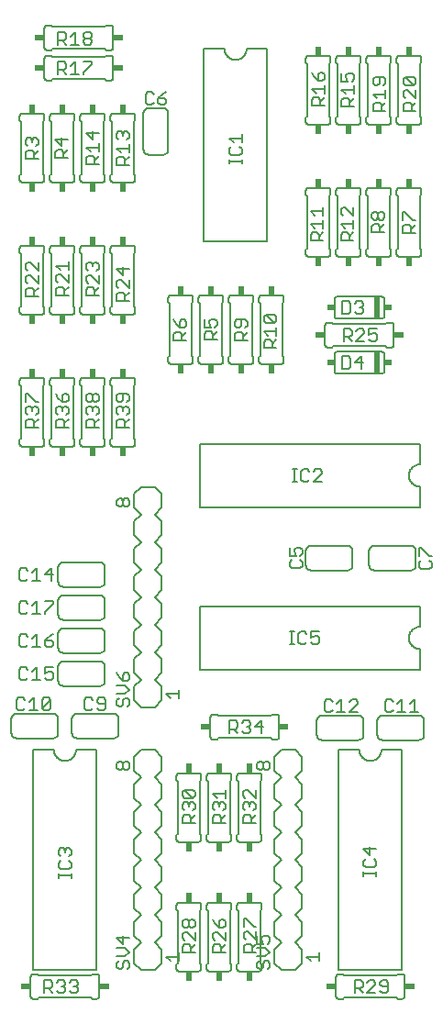
<source format=gto>
G75*
%MOIN*%
%OFA0B0*%
%FSLAX24Y24*%
%IPPOS*%
%LPD*%
%AMOC8*
5,1,8,0,0,1.08239X$1,22.5*
%
%ADD10C,0.0060*%
%ADD11C,0.0050*%
%ADD12R,0.0240X0.0340*%
%ADD13R,0.0340X0.0240*%
%ADD14R,0.0200X0.0800*%
%ADD15R,0.0250X0.0200*%
D10*
X001160Y000350D02*
X001160Y001050D01*
X001162Y001067D01*
X001166Y001084D01*
X001173Y001100D01*
X001183Y001114D01*
X001196Y001127D01*
X001210Y001137D01*
X001226Y001144D01*
X001243Y001148D01*
X001260Y001150D01*
X001410Y001150D01*
X001460Y001100D01*
X003360Y001100D01*
X003410Y001150D01*
X003560Y001150D01*
X003577Y001148D01*
X003594Y001144D01*
X003610Y001137D01*
X003624Y001127D01*
X003637Y001114D01*
X003647Y001100D01*
X003654Y001084D01*
X003658Y001067D01*
X003660Y001050D01*
X003660Y000350D01*
X003658Y000333D01*
X003654Y000316D01*
X003647Y000300D01*
X003637Y000286D01*
X003624Y000273D01*
X003610Y000263D01*
X003594Y000256D01*
X003577Y000252D01*
X003560Y000250D01*
X003410Y000250D01*
X003360Y000300D01*
X001460Y000300D01*
X001410Y000250D01*
X001260Y000250D01*
X001243Y000252D01*
X001226Y000256D01*
X001210Y000263D01*
X001196Y000273D01*
X001183Y000286D01*
X001173Y000300D01*
X001166Y000316D01*
X001162Y000333D01*
X001160Y000350D01*
X001260Y001300D02*
X003560Y001300D01*
X003560Y009300D01*
X002810Y009300D01*
X002860Y009713D02*
X004160Y009713D01*
X004186Y009715D01*
X004212Y009720D01*
X004237Y009728D01*
X004260Y009740D01*
X004282Y009754D01*
X004301Y009772D01*
X004319Y009791D01*
X004333Y009813D01*
X004345Y009836D01*
X004353Y009861D01*
X004358Y009887D01*
X004360Y009913D01*
X004360Y010413D01*
X004358Y010439D01*
X004353Y010465D01*
X004345Y010490D01*
X004333Y010513D01*
X004319Y010535D01*
X004301Y010554D01*
X004282Y010572D01*
X004260Y010586D01*
X004237Y010598D01*
X004212Y010606D01*
X004186Y010611D01*
X004160Y010613D01*
X002860Y010613D01*
X002834Y010611D01*
X002808Y010606D01*
X002783Y010598D01*
X002760Y010586D01*
X002738Y010572D01*
X002719Y010554D01*
X002701Y010535D01*
X002687Y010513D01*
X002675Y010490D01*
X002667Y010465D01*
X002662Y010439D01*
X002660Y010413D01*
X002660Y009913D01*
X002662Y009887D01*
X002667Y009861D01*
X002675Y009836D01*
X002687Y009813D01*
X002701Y009791D01*
X002719Y009772D01*
X002738Y009754D01*
X002760Y009740D01*
X002783Y009728D01*
X002808Y009720D01*
X002834Y009715D01*
X002860Y009713D01*
X002810Y009300D02*
X002808Y009261D01*
X002802Y009222D01*
X002793Y009184D01*
X002780Y009147D01*
X002763Y009111D01*
X002743Y009078D01*
X002719Y009046D01*
X002693Y009017D01*
X002664Y008991D01*
X002632Y008967D01*
X002599Y008947D01*
X002563Y008930D01*
X002526Y008917D01*
X002488Y008908D01*
X002449Y008902D01*
X002410Y008900D01*
X002371Y008902D01*
X002332Y008908D01*
X002294Y008917D01*
X002257Y008930D01*
X002221Y008947D01*
X002188Y008967D01*
X002156Y008991D01*
X002127Y009017D01*
X002101Y009046D01*
X002077Y009078D01*
X002057Y009111D01*
X002040Y009147D01*
X002027Y009184D01*
X002018Y009222D01*
X002012Y009261D01*
X002010Y009300D01*
X001260Y009300D01*
X001260Y001300D01*
X000660Y009713D02*
X001960Y009713D01*
X001986Y009715D01*
X002012Y009720D01*
X002037Y009728D01*
X002060Y009740D01*
X002082Y009754D01*
X002101Y009772D01*
X002119Y009791D01*
X002133Y009813D01*
X002145Y009836D01*
X002153Y009861D01*
X002158Y009887D01*
X002160Y009913D01*
X002160Y010413D01*
X002158Y010439D01*
X002153Y010465D01*
X002145Y010490D01*
X002133Y010513D01*
X002119Y010535D01*
X002101Y010554D01*
X002082Y010572D01*
X002060Y010586D01*
X002037Y010598D01*
X002012Y010606D01*
X001986Y010611D01*
X001960Y010613D01*
X000660Y010613D01*
X000634Y010611D01*
X000608Y010606D01*
X000583Y010598D01*
X000560Y010586D01*
X000538Y010572D01*
X000519Y010554D01*
X000501Y010535D01*
X000487Y010513D01*
X000475Y010490D01*
X000467Y010465D01*
X000462Y010439D01*
X000460Y010413D01*
X000460Y009913D01*
X000462Y009887D01*
X000467Y009861D01*
X000475Y009836D01*
X000487Y009813D01*
X000501Y009791D01*
X000519Y009772D01*
X000538Y009754D01*
X000560Y009740D01*
X000583Y009728D01*
X000608Y009720D01*
X000634Y009715D01*
X000660Y009713D01*
X002160Y011813D02*
X002160Y012313D01*
X002162Y012339D01*
X002167Y012365D01*
X002175Y012390D01*
X002187Y012413D01*
X002201Y012435D01*
X002219Y012454D01*
X002238Y012472D01*
X002260Y012486D01*
X002283Y012498D01*
X002308Y012506D01*
X002334Y012511D01*
X002360Y012513D01*
X003660Y012513D01*
X003686Y012511D01*
X003712Y012506D01*
X003737Y012498D01*
X003760Y012486D01*
X003782Y012472D01*
X003801Y012454D01*
X003819Y012435D01*
X003833Y012413D01*
X003845Y012390D01*
X003853Y012365D01*
X003858Y012339D01*
X003860Y012313D01*
X003860Y011813D01*
X003858Y011787D01*
X003853Y011761D01*
X003845Y011736D01*
X003833Y011713D01*
X003819Y011691D01*
X003801Y011672D01*
X003782Y011654D01*
X003760Y011640D01*
X003737Y011628D01*
X003712Y011620D01*
X003686Y011615D01*
X003660Y011613D01*
X002360Y011613D01*
X002334Y011615D01*
X002308Y011620D01*
X002283Y011628D01*
X002260Y011640D01*
X002238Y011654D01*
X002219Y011672D01*
X002201Y011691D01*
X002187Y011713D01*
X002175Y011736D01*
X002167Y011761D01*
X002162Y011787D01*
X002160Y011813D01*
X002360Y012813D02*
X003660Y012813D01*
X003686Y012815D01*
X003712Y012820D01*
X003737Y012828D01*
X003760Y012840D01*
X003782Y012854D01*
X003801Y012872D01*
X003819Y012891D01*
X003833Y012913D01*
X003845Y012936D01*
X003853Y012961D01*
X003858Y012987D01*
X003860Y013013D01*
X003860Y013513D01*
X003858Y013539D01*
X003853Y013565D01*
X003845Y013590D01*
X003833Y013613D01*
X003819Y013635D01*
X003801Y013654D01*
X003782Y013672D01*
X003760Y013686D01*
X003737Y013698D01*
X003712Y013706D01*
X003686Y013711D01*
X003660Y013713D01*
X002360Y013713D01*
X002334Y013711D01*
X002308Y013706D01*
X002283Y013698D01*
X002260Y013686D01*
X002238Y013672D01*
X002219Y013654D01*
X002201Y013635D01*
X002187Y013613D01*
X002175Y013590D01*
X002167Y013565D01*
X002162Y013539D01*
X002160Y013513D01*
X002160Y013013D01*
X002162Y012987D01*
X002167Y012961D01*
X002175Y012936D01*
X002187Y012913D01*
X002201Y012891D01*
X002219Y012872D01*
X002238Y012854D01*
X002260Y012840D01*
X002283Y012828D01*
X002308Y012820D01*
X002334Y012815D01*
X002360Y012813D01*
X002360Y014013D02*
X003660Y014013D01*
X003686Y014015D01*
X003712Y014020D01*
X003737Y014028D01*
X003760Y014040D01*
X003782Y014054D01*
X003801Y014072D01*
X003819Y014091D01*
X003833Y014113D01*
X003845Y014136D01*
X003853Y014161D01*
X003858Y014187D01*
X003860Y014213D01*
X003860Y014713D01*
X003858Y014739D01*
X003853Y014765D01*
X003845Y014790D01*
X003833Y014813D01*
X003819Y014835D01*
X003801Y014854D01*
X003782Y014872D01*
X003760Y014886D01*
X003737Y014898D01*
X003712Y014906D01*
X003686Y014911D01*
X003660Y014913D01*
X002360Y014913D01*
X002334Y014911D01*
X002308Y014906D01*
X002283Y014898D01*
X002260Y014886D01*
X002238Y014872D01*
X002219Y014854D01*
X002201Y014835D01*
X002187Y014813D01*
X002175Y014790D01*
X002167Y014765D01*
X002162Y014739D01*
X002160Y014713D01*
X002160Y014213D01*
X002162Y014187D01*
X002167Y014161D01*
X002175Y014136D01*
X002187Y014113D01*
X002201Y014091D01*
X002219Y014072D01*
X002238Y014054D01*
X002260Y014040D01*
X002283Y014028D01*
X002308Y014020D01*
X002334Y014015D01*
X002360Y014013D01*
X002360Y015213D02*
X003660Y015213D01*
X003686Y015215D01*
X003712Y015220D01*
X003737Y015228D01*
X003760Y015240D01*
X003782Y015254D01*
X003801Y015272D01*
X003819Y015291D01*
X003833Y015313D01*
X003845Y015336D01*
X003853Y015361D01*
X003858Y015387D01*
X003860Y015413D01*
X003860Y015913D01*
X003858Y015939D01*
X003853Y015965D01*
X003845Y015990D01*
X003833Y016013D01*
X003819Y016035D01*
X003801Y016054D01*
X003782Y016072D01*
X003760Y016086D01*
X003737Y016098D01*
X003712Y016106D01*
X003686Y016111D01*
X003660Y016113D01*
X002360Y016113D01*
X002334Y016111D01*
X002308Y016106D01*
X002283Y016098D01*
X002260Y016086D01*
X002238Y016072D01*
X002219Y016054D01*
X002201Y016035D01*
X002187Y016013D01*
X002175Y015990D01*
X002167Y015965D01*
X002162Y015939D01*
X002160Y015913D01*
X002160Y015413D01*
X002162Y015387D01*
X002167Y015361D01*
X002175Y015336D01*
X002187Y015313D01*
X002201Y015291D01*
X002219Y015272D01*
X002238Y015254D01*
X002260Y015240D01*
X002283Y015228D01*
X002308Y015220D01*
X002334Y015215D01*
X002360Y015213D01*
X002660Y020313D02*
X001960Y020313D01*
X001943Y020315D01*
X001926Y020319D01*
X001910Y020326D01*
X001896Y020336D01*
X001883Y020349D01*
X001873Y020363D01*
X001866Y020379D01*
X001862Y020396D01*
X001860Y020413D01*
X001860Y020563D01*
X001910Y020613D01*
X001910Y022513D01*
X001860Y022563D01*
X001860Y022713D01*
X001862Y022730D01*
X001866Y022747D01*
X001873Y022763D01*
X001883Y022777D01*
X001896Y022790D01*
X001910Y022800D01*
X001926Y022807D01*
X001943Y022811D01*
X001960Y022813D01*
X002660Y022813D01*
X002677Y022811D01*
X002694Y022807D01*
X002710Y022800D01*
X002724Y022790D01*
X002737Y022777D01*
X002747Y022763D01*
X002754Y022747D01*
X002758Y022730D01*
X002760Y022713D01*
X002760Y022563D01*
X002710Y022513D01*
X002710Y020613D01*
X002760Y020563D01*
X002760Y020413D01*
X002758Y020396D01*
X002754Y020379D01*
X002747Y020363D01*
X002737Y020349D01*
X002724Y020336D01*
X002710Y020326D01*
X002694Y020319D01*
X002677Y020315D01*
X002660Y020313D01*
X002960Y020413D02*
X002960Y020563D01*
X003010Y020613D01*
X003010Y022513D01*
X002960Y022563D01*
X002960Y022713D01*
X002962Y022730D01*
X002966Y022747D01*
X002973Y022763D01*
X002983Y022777D01*
X002996Y022790D01*
X003010Y022800D01*
X003026Y022807D01*
X003043Y022811D01*
X003060Y022813D01*
X003760Y022813D01*
X003777Y022811D01*
X003794Y022807D01*
X003810Y022800D01*
X003824Y022790D01*
X003837Y022777D01*
X003847Y022763D01*
X003854Y022747D01*
X003858Y022730D01*
X003860Y022713D01*
X003860Y022563D01*
X003810Y022513D01*
X003810Y020613D01*
X003860Y020563D01*
X003860Y020413D01*
X003858Y020396D01*
X003854Y020379D01*
X003847Y020363D01*
X003837Y020349D01*
X003824Y020336D01*
X003810Y020326D01*
X003794Y020319D01*
X003777Y020315D01*
X003760Y020313D01*
X003060Y020313D01*
X003043Y020315D01*
X003026Y020319D01*
X003010Y020326D01*
X002996Y020336D01*
X002983Y020349D01*
X002973Y020363D01*
X002966Y020379D01*
X002962Y020396D01*
X002960Y020413D01*
X004060Y020413D02*
X004060Y020563D01*
X004110Y020613D01*
X004110Y022513D01*
X004060Y022563D01*
X004060Y022713D01*
X004062Y022730D01*
X004066Y022747D01*
X004073Y022763D01*
X004083Y022777D01*
X004096Y022790D01*
X004110Y022800D01*
X004126Y022807D01*
X004143Y022811D01*
X004160Y022813D01*
X004860Y022813D01*
X004877Y022811D01*
X004894Y022807D01*
X004910Y022800D01*
X004924Y022790D01*
X004937Y022777D01*
X004947Y022763D01*
X004954Y022747D01*
X004958Y022730D01*
X004960Y022713D01*
X004960Y022563D01*
X004910Y022513D01*
X004910Y020613D01*
X004960Y020563D01*
X004960Y020413D01*
X004958Y020396D01*
X004954Y020379D01*
X004947Y020363D01*
X004937Y020349D01*
X004924Y020336D01*
X004910Y020326D01*
X004894Y020319D01*
X004877Y020315D01*
X004860Y020313D01*
X004160Y020313D01*
X004143Y020315D01*
X004126Y020319D01*
X004110Y020326D01*
X004096Y020336D01*
X004083Y020349D01*
X004073Y020363D01*
X004066Y020379D01*
X004062Y020396D01*
X004060Y020413D01*
X005170Y018844D02*
X004920Y018594D01*
X004920Y018094D01*
X005170Y017844D01*
X004920Y017594D01*
X004920Y017094D01*
X005170Y016844D01*
X004920Y016594D01*
X004920Y016094D01*
X005170Y015844D01*
X004920Y015594D01*
X004920Y015094D01*
X005170Y014844D01*
X004920Y014594D01*
X004920Y014094D01*
X005170Y013844D01*
X004920Y013594D01*
X004920Y013094D01*
X005170Y012844D01*
X004920Y012594D01*
X004920Y012094D01*
X005170Y011844D01*
X004920Y011594D01*
X004920Y011094D01*
X005170Y010844D01*
X005670Y010844D01*
X005920Y011094D01*
X005920Y011594D01*
X005670Y011844D01*
X005920Y012094D01*
X005920Y012594D01*
X005670Y012844D01*
X005920Y013094D01*
X005920Y013594D01*
X005670Y013844D01*
X005920Y014094D01*
X005920Y014594D01*
X005670Y014844D01*
X005920Y015094D01*
X005920Y015594D01*
X005670Y015844D01*
X005920Y016094D01*
X005920Y016594D01*
X005670Y016844D01*
X005920Y017094D01*
X005920Y017594D01*
X005670Y017844D01*
X005920Y018094D01*
X005920Y018594D01*
X005670Y018844D01*
X005170Y018844D01*
X006260Y023313D02*
X006960Y023313D01*
X006977Y023315D01*
X006994Y023319D01*
X007010Y023326D01*
X007024Y023336D01*
X007037Y023349D01*
X007047Y023363D01*
X007054Y023379D01*
X007058Y023396D01*
X007060Y023413D01*
X007060Y023563D01*
X007010Y023613D01*
X007010Y025513D01*
X007060Y025563D01*
X007060Y025713D01*
X007058Y025730D01*
X007054Y025747D01*
X007047Y025763D01*
X007037Y025777D01*
X007024Y025790D01*
X007010Y025800D01*
X006994Y025807D01*
X006977Y025811D01*
X006960Y025813D01*
X006260Y025813D01*
X006243Y025811D01*
X006226Y025807D01*
X006210Y025800D01*
X006196Y025790D01*
X006183Y025777D01*
X006173Y025763D01*
X006166Y025747D01*
X006162Y025730D01*
X006160Y025713D01*
X006160Y025563D01*
X006210Y025513D01*
X006210Y023613D01*
X006160Y023563D01*
X006160Y023413D01*
X006162Y023396D01*
X006166Y023379D01*
X006173Y023363D01*
X006183Y023349D01*
X006196Y023336D01*
X006210Y023326D01*
X006226Y023319D01*
X006243Y023315D01*
X006260Y023313D01*
X007260Y023413D02*
X007260Y023563D01*
X007310Y023613D01*
X007310Y025513D01*
X007260Y025563D01*
X007260Y025713D01*
X007262Y025730D01*
X007266Y025747D01*
X007273Y025763D01*
X007283Y025777D01*
X007296Y025790D01*
X007310Y025800D01*
X007326Y025807D01*
X007343Y025811D01*
X007360Y025813D01*
X008060Y025813D01*
X008077Y025811D01*
X008094Y025807D01*
X008110Y025800D01*
X008124Y025790D01*
X008137Y025777D01*
X008147Y025763D01*
X008154Y025747D01*
X008158Y025730D01*
X008160Y025713D01*
X008160Y025563D01*
X008110Y025513D01*
X008110Y023613D01*
X008160Y023563D01*
X008160Y023413D01*
X008158Y023396D01*
X008154Y023379D01*
X008147Y023363D01*
X008137Y023349D01*
X008124Y023336D01*
X008110Y023326D01*
X008094Y023319D01*
X008077Y023315D01*
X008060Y023313D01*
X007360Y023313D01*
X007343Y023315D01*
X007326Y023319D01*
X007310Y023326D01*
X007296Y023336D01*
X007283Y023349D01*
X007273Y023363D01*
X007266Y023379D01*
X007262Y023396D01*
X007260Y023413D01*
X008360Y023413D02*
X008360Y023563D01*
X008410Y023613D01*
X008410Y025513D01*
X008360Y025563D01*
X008360Y025713D01*
X008362Y025730D01*
X008366Y025747D01*
X008373Y025763D01*
X008383Y025777D01*
X008396Y025790D01*
X008410Y025800D01*
X008426Y025807D01*
X008443Y025811D01*
X008460Y025813D01*
X009160Y025813D01*
X009177Y025811D01*
X009194Y025807D01*
X009210Y025800D01*
X009224Y025790D01*
X009237Y025777D01*
X009247Y025763D01*
X009254Y025747D01*
X009258Y025730D01*
X009260Y025713D01*
X009260Y025563D01*
X009210Y025513D01*
X009210Y023613D01*
X009260Y023563D01*
X009260Y023413D01*
X009258Y023396D01*
X009254Y023379D01*
X009247Y023363D01*
X009237Y023349D01*
X009224Y023336D01*
X009210Y023326D01*
X009194Y023319D01*
X009177Y023315D01*
X009160Y023313D01*
X008460Y023313D01*
X008443Y023315D01*
X008426Y023319D01*
X008410Y023326D01*
X008396Y023336D01*
X008383Y023349D01*
X008373Y023363D01*
X008366Y023379D01*
X008362Y023396D01*
X008360Y023413D01*
X009460Y023413D02*
X009460Y023563D01*
X009510Y023613D01*
X009510Y025513D01*
X009460Y025563D01*
X009460Y025713D01*
X009462Y025730D01*
X009466Y025747D01*
X009473Y025763D01*
X009483Y025777D01*
X009496Y025790D01*
X009510Y025800D01*
X009526Y025807D01*
X009543Y025811D01*
X009560Y025813D01*
X010260Y025813D01*
X010277Y025811D01*
X010294Y025807D01*
X010310Y025800D01*
X010324Y025790D01*
X010337Y025777D01*
X010347Y025763D01*
X010354Y025747D01*
X010358Y025730D01*
X010360Y025713D01*
X010360Y025563D01*
X010310Y025513D01*
X010310Y023613D01*
X010360Y023563D01*
X010360Y023413D01*
X010358Y023396D01*
X010354Y023379D01*
X010347Y023363D01*
X010337Y023349D01*
X010324Y023336D01*
X010310Y023326D01*
X010294Y023319D01*
X010277Y023315D01*
X010260Y023313D01*
X009560Y023313D01*
X009543Y023315D01*
X009526Y023319D01*
X009510Y023326D01*
X009496Y023336D01*
X009483Y023349D01*
X009473Y023363D01*
X009466Y023379D01*
X009462Y023396D01*
X009460Y023413D01*
X011160Y027313D02*
X011160Y027463D01*
X011210Y027513D01*
X011210Y029413D01*
X011160Y029463D01*
X011160Y029613D01*
X011162Y029630D01*
X011166Y029647D01*
X011173Y029663D01*
X011183Y029677D01*
X011196Y029690D01*
X011210Y029700D01*
X011226Y029707D01*
X011243Y029711D01*
X011260Y029713D01*
X011960Y029713D01*
X011977Y029711D01*
X011994Y029707D01*
X012010Y029700D01*
X012024Y029690D01*
X012037Y029677D01*
X012047Y029663D01*
X012054Y029647D01*
X012058Y029630D01*
X012060Y029613D01*
X012060Y029463D01*
X012010Y029413D01*
X012010Y027513D01*
X012060Y027463D01*
X012060Y027313D01*
X012058Y027296D01*
X012054Y027279D01*
X012047Y027263D01*
X012037Y027249D01*
X012024Y027236D01*
X012010Y027226D01*
X011994Y027219D01*
X011977Y027215D01*
X011960Y027213D01*
X011260Y027213D01*
X011243Y027215D01*
X011226Y027219D01*
X011210Y027226D01*
X011196Y027236D01*
X011183Y027249D01*
X011173Y027263D01*
X011166Y027279D01*
X011162Y027296D01*
X011160Y027313D01*
X011960Y024813D02*
X012110Y024813D01*
X012160Y024763D01*
X014060Y024763D01*
X014110Y024813D01*
X014260Y024813D01*
X014277Y024811D01*
X014294Y024807D01*
X014310Y024800D01*
X014324Y024790D01*
X014337Y024777D01*
X014347Y024763D01*
X014354Y024747D01*
X014358Y024730D01*
X014360Y024713D01*
X014360Y024013D01*
X014358Y023996D01*
X014354Y023979D01*
X014347Y023963D01*
X014337Y023949D01*
X014324Y023936D01*
X014310Y023926D01*
X014294Y023919D01*
X014277Y023915D01*
X014260Y023913D01*
X014110Y023913D01*
X014060Y023963D01*
X012160Y023963D01*
X012110Y023913D01*
X011960Y023913D01*
X011943Y023915D01*
X011926Y023919D01*
X011910Y023926D01*
X011896Y023936D01*
X011883Y023949D01*
X011873Y023963D01*
X011866Y023979D01*
X011862Y023996D01*
X011860Y024013D01*
X011860Y024713D01*
X011862Y024730D01*
X011866Y024747D01*
X011873Y024763D01*
X011883Y024777D01*
X011896Y024790D01*
X011910Y024800D01*
X011926Y024807D01*
X011943Y024811D01*
X011960Y024813D01*
X012210Y025063D02*
X012210Y025663D01*
X012212Y025680D01*
X012216Y025697D01*
X012223Y025713D01*
X012233Y025727D01*
X012246Y025740D01*
X012260Y025750D01*
X012276Y025757D01*
X012293Y025761D01*
X012310Y025763D01*
X013910Y025763D01*
X013927Y025761D01*
X013944Y025757D01*
X013960Y025750D01*
X013974Y025740D01*
X013987Y025727D01*
X013997Y025713D01*
X014004Y025697D01*
X014008Y025680D01*
X014010Y025663D01*
X014010Y025063D01*
X014008Y025046D01*
X014004Y025029D01*
X013997Y025013D01*
X013987Y024999D01*
X013974Y024986D01*
X013960Y024976D01*
X013944Y024969D01*
X013927Y024965D01*
X013910Y024963D01*
X012310Y024963D01*
X012293Y024965D01*
X012276Y024969D01*
X012260Y024976D01*
X012246Y024986D01*
X012233Y024999D01*
X012223Y025013D01*
X012216Y025029D01*
X012212Y025046D01*
X012210Y025063D01*
X012310Y023763D02*
X013910Y023763D01*
X013927Y023761D01*
X013944Y023757D01*
X013960Y023750D01*
X013974Y023740D01*
X013987Y023727D01*
X013997Y023713D01*
X014004Y023697D01*
X014008Y023680D01*
X014010Y023663D01*
X014010Y023063D01*
X014008Y023046D01*
X014004Y023029D01*
X013997Y023013D01*
X013987Y022999D01*
X013974Y022986D01*
X013960Y022976D01*
X013944Y022969D01*
X013927Y022965D01*
X013910Y022963D01*
X012310Y022963D01*
X012293Y022965D01*
X012276Y022969D01*
X012260Y022976D01*
X012246Y022986D01*
X012233Y022999D01*
X012223Y023013D01*
X012216Y023029D01*
X012212Y023046D01*
X012210Y023063D01*
X012210Y023663D01*
X012212Y023680D01*
X012216Y023697D01*
X012223Y023713D01*
X012233Y023727D01*
X012246Y023740D01*
X012260Y023750D01*
X012276Y023757D01*
X012293Y023761D01*
X012310Y023763D01*
X012360Y027213D02*
X013060Y027213D01*
X013077Y027215D01*
X013094Y027219D01*
X013110Y027226D01*
X013124Y027236D01*
X013137Y027249D01*
X013147Y027263D01*
X013154Y027279D01*
X013158Y027296D01*
X013160Y027313D01*
X013160Y027463D01*
X013110Y027513D01*
X013110Y029413D01*
X013160Y029463D01*
X013160Y029613D01*
X013158Y029630D01*
X013154Y029647D01*
X013147Y029663D01*
X013137Y029677D01*
X013124Y029690D01*
X013110Y029700D01*
X013094Y029707D01*
X013077Y029711D01*
X013060Y029713D01*
X012360Y029713D01*
X012343Y029711D01*
X012326Y029707D01*
X012310Y029700D01*
X012296Y029690D01*
X012283Y029677D01*
X012273Y029663D01*
X012266Y029647D01*
X012262Y029630D01*
X012260Y029613D01*
X012260Y029463D01*
X012310Y029413D01*
X012310Y027513D01*
X012260Y027463D01*
X012260Y027313D01*
X012262Y027296D01*
X012266Y027279D01*
X012273Y027263D01*
X012283Y027249D01*
X012296Y027236D01*
X012310Y027226D01*
X012326Y027219D01*
X012343Y027215D01*
X012360Y027213D01*
X013360Y027313D02*
X013360Y027463D01*
X013410Y027513D01*
X013410Y029413D01*
X013360Y029463D01*
X013360Y029613D01*
X013362Y029630D01*
X013366Y029647D01*
X013373Y029663D01*
X013383Y029677D01*
X013396Y029690D01*
X013410Y029700D01*
X013426Y029707D01*
X013443Y029711D01*
X013460Y029713D01*
X014160Y029713D01*
X014177Y029711D01*
X014194Y029707D01*
X014210Y029700D01*
X014224Y029690D01*
X014237Y029677D01*
X014247Y029663D01*
X014254Y029647D01*
X014258Y029630D01*
X014260Y029613D01*
X014260Y029463D01*
X014210Y029413D01*
X014210Y027513D01*
X014260Y027463D01*
X014260Y027313D01*
X014258Y027296D01*
X014254Y027279D01*
X014247Y027263D01*
X014237Y027249D01*
X014224Y027236D01*
X014210Y027226D01*
X014194Y027219D01*
X014177Y027215D01*
X014160Y027213D01*
X013460Y027213D01*
X013443Y027215D01*
X013426Y027219D01*
X013410Y027226D01*
X013396Y027236D01*
X013383Y027249D01*
X013373Y027263D01*
X013366Y027279D01*
X013362Y027296D01*
X013360Y027313D01*
X014460Y027313D02*
X014460Y027463D01*
X014510Y027513D01*
X014510Y029413D01*
X014460Y029463D01*
X014460Y029613D01*
X014462Y029630D01*
X014466Y029647D01*
X014473Y029663D01*
X014483Y029677D01*
X014496Y029690D01*
X014510Y029700D01*
X014526Y029707D01*
X014543Y029711D01*
X014560Y029713D01*
X015260Y029713D01*
X015277Y029711D01*
X015294Y029707D01*
X015310Y029700D01*
X015324Y029690D01*
X015337Y029677D01*
X015347Y029663D01*
X015354Y029647D01*
X015358Y029630D01*
X015360Y029613D01*
X015360Y029463D01*
X015310Y029413D01*
X015310Y027513D01*
X015360Y027463D01*
X015360Y027313D01*
X015358Y027296D01*
X015354Y027279D01*
X015347Y027263D01*
X015337Y027249D01*
X015324Y027236D01*
X015310Y027226D01*
X015294Y027219D01*
X015277Y027215D01*
X015260Y027213D01*
X014560Y027213D01*
X014543Y027215D01*
X014526Y027219D01*
X014510Y027226D01*
X014496Y027236D01*
X014483Y027249D01*
X014473Y027263D01*
X014466Y027279D01*
X014462Y027296D01*
X014460Y027313D01*
X014560Y032013D02*
X015260Y032013D01*
X015277Y032015D01*
X015294Y032019D01*
X015310Y032026D01*
X015324Y032036D01*
X015337Y032049D01*
X015347Y032063D01*
X015354Y032079D01*
X015358Y032096D01*
X015360Y032113D01*
X015360Y032263D01*
X015310Y032313D01*
X015310Y034213D01*
X015360Y034263D01*
X015360Y034413D01*
X015358Y034430D01*
X015354Y034447D01*
X015347Y034463D01*
X015337Y034477D01*
X015324Y034490D01*
X015310Y034500D01*
X015294Y034507D01*
X015277Y034511D01*
X015260Y034513D01*
X014560Y034513D01*
X014543Y034511D01*
X014526Y034507D01*
X014510Y034500D01*
X014496Y034490D01*
X014483Y034477D01*
X014473Y034463D01*
X014466Y034447D01*
X014462Y034430D01*
X014460Y034413D01*
X014460Y034263D01*
X014510Y034213D01*
X014510Y032313D01*
X014460Y032263D01*
X014460Y032113D01*
X014462Y032096D01*
X014466Y032079D01*
X014473Y032063D01*
X014483Y032049D01*
X014496Y032036D01*
X014510Y032026D01*
X014526Y032019D01*
X014543Y032015D01*
X014560Y032013D01*
X014260Y032113D02*
X014260Y032263D01*
X014210Y032313D01*
X014210Y034213D01*
X014260Y034263D01*
X014260Y034413D01*
X014258Y034430D01*
X014254Y034447D01*
X014247Y034463D01*
X014237Y034477D01*
X014224Y034490D01*
X014210Y034500D01*
X014194Y034507D01*
X014177Y034511D01*
X014160Y034513D01*
X013460Y034513D01*
X013443Y034511D01*
X013426Y034507D01*
X013410Y034500D01*
X013396Y034490D01*
X013383Y034477D01*
X013373Y034463D01*
X013366Y034447D01*
X013362Y034430D01*
X013360Y034413D01*
X013360Y034263D01*
X013410Y034213D01*
X013410Y032313D01*
X013360Y032263D01*
X013360Y032113D01*
X013362Y032096D01*
X013366Y032079D01*
X013373Y032063D01*
X013383Y032049D01*
X013396Y032036D01*
X013410Y032026D01*
X013426Y032019D01*
X013443Y032015D01*
X013460Y032013D01*
X014160Y032013D01*
X014177Y032015D01*
X014194Y032019D01*
X014210Y032026D01*
X014224Y032036D01*
X014237Y032049D01*
X014247Y032063D01*
X014254Y032079D01*
X014258Y032096D01*
X014260Y032113D01*
X013160Y032113D02*
X013160Y032263D01*
X013110Y032313D01*
X013110Y034213D01*
X013160Y034263D01*
X013160Y034413D01*
X013158Y034430D01*
X013154Y034447D01*
X013147Y034463D01*
X013137Y034477D01*
X013124Y034490D01*
X013110Y034500D01*
X013094Y034507D01*
X013077Y034511D01*
X013060Y034513D01*
X012360Y034513D01*
X012343Y034511D01*
X012326Y034507D01*
X012310Y034500D01*
X012296Y034490D01*
X012283Y034477D01*
X012273Y034463D01*
X012266Y034447D01*
X012262Y034430D01*
X012260Y034413D01*
X012260Y034263D01*
X012310Y034213D01*
X012310Y032313D01*
X012260Y032263D01*
X012260Y032113D01*
X012262Y032096D01*
X012266Y032079D01*
X012273Y032063D01*
X012283Y032049D01*
X012296Y032036D01*
X012310Y032026D01*
X012326Y032019D01*
X012343Y032015D01*
X012360Y032013D01*
X013060Y032013D01*
X013077Y032015D01*
X013094Y032019D01*
X013110Y032026D01*
X013124Y032036D01*
X013137Y032049D01*
X013147Y032063D01*
X013154Y032079D01*
X013158Y032096D01*
X013160Y032113D01*
X012060Y032113D02*
X012060Y032263D01*
X012010Y032313D01*
X012010Y034213D01*
X012060Y034263D01*
X012060Y034413D01*
X012058Y034430D01*
X012054Y034447D01*
X012047Y034463D01*
X012037Y034477D01*
X012024Y034490D01*
X012010Y034500D01*
X011994Y034507D01*
X011977Y034511D01*
X011960Y034513D01*
X011260Y034513D01*
X011243Y034511D01*
X011226Y034507D01*
X011210Y034500D01*
X011196Y034490D01*
X011183Y034477D01*
X011173Y034463D01*
X011166Y034447D01*
X011162Y034430D01*
X011160Y034413D01*
X011160Y034263D01*
X011210Y034213D01*
X011210Y032313D01*
X011160Y032263D01*
X011160Y032113D01*
X011162Y032096D01*
X011166Y032079D01*
X011173Y032063D01*
X011183Y032049D01*
X011196Y032036D01*
X011210Y032026D01*
X011226Y032019D01*
X011243Y032015D01*
X011260Y032013D01*
X011960Y032013D01*
X011977Y032015D01*
X011994Y032019D01*
X012010Y032026D01*
X012024Y032036D01*
X012037Y032049D01*
X012047Y032063D01*
X012054Y032079D01*
X012058Y032096D01*
X012060Y032113D01*
X009760Y034763D02*
X009760Y027763D01*
X007460Y027763D01*
X007460Y034763D01*
X008210Y034763D01*
X008212Y034724D01*
X008218Y034685D01*
X008227Y034647D01*
X008240Y034610D01*
X008257Y034574D01*
X008277Y034541D01*
X008301Y034509D01*
X008327Y034480D01*
X008356Y034454D01*
X008388Y034430D01*
X008421Y034410D01*
X008457Y034393D01*
X008494Y034380D01*
X008532Y034371D01*
X008571Y034365D01*
X008610Y034363D01*
X008649Y034365D01*
X008688Y034371D01*
X008726Y034380D01*
X008763Y034393D01*
X008799Y034410D01*
X008832Y034430D01*
X008864Y034454D01*
X008893Y034480D01*
X008919Y034509D01*
X008943Y034541D01*
X008963Y034574D01*
X008980Y034610D01*
X008993Y034647D01*
X009002Y034685D01*
X009008Y034724D01*
X009010Y034763D01*
X009760Y034763D01*
X006160Y032413D02*
X006160Y031113D01*
X006158Y031087D01*
X006153Y031061D01*
X006145Y031036D01*
X006133Y031013D01*
X006119Y030991D01*
X006101Y030972D01*
X006082Y030954D01*
X006060Y030940D01*
X006037Y030928D01*
X006012Y030920D01*
X005986Y030915D01*
X005960Y030913D01*
X005460Y030913D01*
X005434Y030915D01*
X005408Y030920D01*
X005383Y030928D01*
X005360Y030940D01*
X005338Y030954D01*
X005319Y030972D01*
X005301Y030991D01*
X005287Y031013D01*
X005275Y031036D01*
X005267Y031061D01*
X005262Y031087D01*
X005260Y031113D01*
X005260Y032413D01*
X004960Y032313D02*
X004960Y032163D01*
X004910Y032113D01*
X004910Y030213D01*
X004960Y030163D01*
X004960Y030013D01*
X004958Y029996D01*
X004954Y029979D01*
X004947Y029963D01*
X004937Y029949D01*
X004924Y029936D01*
X004910Y029926D01*
X004894Y029919D01*
X004877Y029915D01*
X004860Y029913D01*
X004160Y029913D01*
X004143Y029915D01*
X004126Y029919D01*
X004110Y029926D01*
X004096Y029936D01*
X004083Y029949D01*
X004073Y029963D01*
X004066Y029979D01*
X004062Y029996D01*
X004060Y030013D01*
X004060Y030163D01*
X004110Y030213D01*
X004110Y032113D01*
X004060Y032163D01*
X004060Y032313D01*
X004062Y032330D01*
X004066Y032347D01*
X004073Y032363D01*
X004083Y032377D01*
X004096Y032390D01*
X004110Y032400D01*
X004126Y032407D01*
X004143Y032411D01*
X004160Y032413D01*
X004860Y032413D01*
X004877Y032411D01*
X004894Y032407D01*
X004910Y032400D01*
X004924Y032390D01*
X004937Y032377D01*
X004947Y032363D01*
X004954Y032347D01*
X004958Y032330D01*
X004960Y032313D01*
X005260Y032413D02*
X005262Y032439D01*
X005267Y032465D01*
X005275Y032490D01*
X005287Y032513D01*
X005301Y032535D01*
X005319Y032554D01*
X005338Y032572D01*
X005360Y032586D01*
X005383Y032598D01*
X005408Y032606D01*
X005434Y032611D01*
X005460Y032613D01*
X005960Y032613D01*
X005986Y032611D01*
X006012Y032606D01*
X006037Y032598D01*
X006060Y032586D01*
X006082Y032572D01*
X006101Y032554D01*
X006119Y032535D01*
X006133Y032513D01*
X006145Y032490D01*
X006153Y032465D01*
X006158Y032439D01*
X006160Y032413D01*
X004160Y033713D02*
X004160Y034413D01*
X004158Y034430D01*
X004154Y034447D01*
X004147Y034463D01*
X004137Y034477D01*
X004124Y034490D01*
X004110Y034500D01*
X004094Y034507D01*
X004077Y034511D01*
X004060Y034513D01*
X003910Y034513D01*
X003860Y034463D01*
X001960Y034463D01*
X001910Y034513D01*
X001760Y034513D01*
X001743Y034511D01*
X001726Y034507D01*
X001710Y034500D01*
X001696Y034490D01*
X001683Y034477D01*
X001673Y034463D01*
X001666Y034447D01*
X001662Y034430D01*
X001660Y034413D01*
X001660Y033713D01*
X001662Y033696D01*
X001666Y033679D01*
X001673Y033663D01*
X001683Y033649D01*
X001696Y033636D01*
X001710Y033626D01*
X001726Y033619D01*
X001743Y033615D01*
X001760Y033613D01*
X001910Y033613D01*
X001960Y033663D01*
X003860Y033663D01*
X003910Y033613D01*
X004060Y033613D01*
X004077Y033615D01*
X004094Y033619D01*
X004110Y033626D01*
X004124Y033636D01*
X004137Y033649D01*
X004147Y033663D01*
X004154Y033679D01*
X004158Y033696D01*
X004160Y033713D01*
X004060Y034713D02*
X003910Y034713D01*
X003860Y034763D01*
X001960Y034763D01*
X001910Y034713D01*
X001760Y034713D01*
X001743Y034715D01*
X001726Y034719D01*
X001710Y034726D01*
X001696Y034736D01*
X001683Y034749D01*
X001673Y034763D01*
X001666Y034779D01*
X001662Y034796D01*
X001660Y034813D01*
X001660Y035513D01*
X001662Y035530D01*
X001666Y035547D01*
X001673Y035563D01*
X001683Y035577D01*
X001696Y035590D01*
X001710Y035600D01*
X001726Y035607D01*
X001743Y035611D01*
X001760Y035613D01*
X001910Y035613D01*
X001960Y035563D01*
X003860Y035563D01*
X003910Y035613D01*
X004060Y035613D01*
X004077Y035611D01*
X004094Y035607D01*
X004110Y035600D01*
X004124Y035590D01*
X004137Y035577D01*
X004147Y035563D01*
X004154Y035547D01*
X004158Y035530D01*
X004160Y035513D01*
X004160Y034813D01*
X004158Y034796D01*
X004154Y034779D01*
X004147Y034763D01*
X004137Y034749D01*
X004124Y034736D01*
X004110Y034726D01*
X004094Y034719D01*
X004077Y034715D01*
X004060Y034713D01*
X003760Y032413D02*
X003060Y032413D01*
X003043Y032411D01*
X003026Y032407D01*
X003010Y032400D01*
X002996Y032390D01*
X002983Y032377D01*
X002973Y032363D01*
X002966Y032347D01*
X002962Y032330D01*
X002960Y032313D01*
X002960Y032163D01*
X003010Y032113D01*
X003010Y030213D01*
X002960Y030163D01*
X002960Y030013D01*
X002962Y029996D01*
X002966Y029979D01*
X002973Y029963D01*
X002983Y029949D01*
X002996Y029936D01*
X003010Y029926D01*
X003026Y029919D01*
X003043Y029915D01*
X003060Y029913D01*
X003760Y029913D01*
X003777Y029915D01*
X003794Y029919D01*
X003810Y029926D01*
X003824Y029936D01*
X003837Y029949D01*
X003847Y029963D01*
X003854Y029979D01*
X003858Y029996D01*
X003860Y030013D01*
X003860Y030163D01*
X003810Y030213D01*
X003810Y032113D01*
X003860Y032163D01*
X003860Y032313D01*
X003858Y032330D01*
X003854Y032347D01*
X003847Y032363D01*
X003837Y032377D01*
X003824Y032390D01*
X003810Y032400D01*
X003794Y032407D01*
X003777Y032411D01*
X003760Y032413D01*
X002760Y032313D02*
X002760Y032163D01*
X002710Y032113D01*
X002710Y030213D01*
X002760Y030163D01*
X002760Y030013D01*
X002758Y029996D01*
X002754Y029979D01*
X002747Y029963D01*
X002737Y029949D01*
X002724Y029936D01*
X002710Y029926D01*
X002694Y029919D01*
X002677Y029915D01*
X002660Y029913D01*
X001960Y029913D01*
X001943Y029915D01*
X001926Y029919D01*
X001910Y029926D01*
X001896Y029936D01*
X001883Y029949D01*
X001873Y029963D01*
X001866Y029979D01*
X001862Y029996D01*
X001860Y030013D01*
X001860Y030163D01*
X001910Y030213D01*
X001910Y032113D01*
X001860Y032163D01*
X001860Y032313D01*
X001862Y032330D01*
X001866Y032347D01*
X001873Y032363D01*
X001883Y032377D01*
X001896Y032390D01*
X001910Y032400D01*
X001926Y032407D01*
X001943Y032411D01*
X001960Y032413D01*
X002660Y032413D01*
X002677Y032411D01*
X002694Y032407D01*
X002710Y032400D01*
X002724Y032390D01*
X002737Y032377D01*
X002747Y032363D01*
X002754Y032347D01*
X002758Y032330D01*
X002760Y032313D01*
X001660Y032313D02*
X001660Y032163D01*
X001610Y032113D01*
X001610Y030213D01*
X001660Y030163D01*
X001660Y030013D01*
X001658Y029996D01*
X001654Y029979D01*
X001647Y029963D01*
X001637Y029949D01*
X001624Y029936D01*
X001610Y029926D01*
X001594Y029919D01*
X001577Y029915D01*
X001560Y029913D01*
X000860Y029913D01*
X000843Y029915D01*
X000826Y029919D01*
X000810Y029926D01*
X000796Y029936D01*
X000783Y029949D01*
X000773Y029963D01*
X000766Y029979D01*
X000762Y029996D01*
X000760Y030013D01*
X000760Y030163D01*
X000810Y030213D01*
X000810Y032113D01*
X000760Y032163D01*
X000760Y032313D01*
X000762Y032330D01*
X000766Y032347D01*
X000773Y032363D01*
X000783Y032377D01*
X000796Y032390D01*
X000810Y032400D01*
X000826Y032407D01*
X000843Y032411D01*
X000860Y032413D01*
X001560Y032413D01*
X001577Y032411D01*
X001594Y032407D01*
X001610Y032400D01*
X001624Y032390D01*
X001637Y032377D01*
X001647Y032363D01*
X001654Y032347D01*
X001658Y032330D01*
X001660Y032313D01*
X001560Y027613D02*
X000860Y027613D01*
X000843Y027611D01*
X000826Y027607D01*
X000810Y027600D01*
X000796Y027590D01*
X000783Y027577D01*
X000773Y027563D01*
X000766Y027547D01*
X000762Y027530D01*
X000760Y027513D01*
X000760Y027363D01*
X000810Y027313D01*
X000810Y025413D01*
X000760Y025363D01*
X000760Y025213D01*
X000762Y025196D01*
X000766Y025179D01*
X000773Y025163D01*
X000783Y025149D01*
X000796Y025136D01*
X000810Y025126D01*
X000826Y025119D01*
X000843Y025115D01*
X000860Y025113D01*
X001560Y025113D01*
X001577Y025115D01*
X001594Y025119D01*
X001610Y025126D01*
X001624Y025136D01*
X001637Y025149D01*
X001647Y025163D01*
X001654Y025179D01*
X001658Y025196D01*
X001660Y025213D01*
X001660Y025363D01*
X001610Y025413D01*
X001610Y027313D01*
X001660Y027363D01*
X001660Y027513D01*
X001658Y027530D01*
X001654Y027547D01*
X001647Y027563D01*
X001637Y027577D01*
X001624Y027590D01*
X001610Y027600D01*
X001594Y027607D01*
X001577Y027611D01*
X001560Y027613D01*
X001860Y027513D02*
X001860Y027363D01*
X001910Y027313D01*
X001910Y025413D01*
X001860Y025363D01*
X001860Y025213D01*
X001862Y025196D01*
X001866Y025179D01*
X001873Y025163D01*
X001883Y025149D01*
X001896Y025136D01*
X001910Y025126D01*
X001926Y025119D01*
X001943Y025115D01*
X001960Y025113D01*
X002660Y025113D01*
X002677Y025115D01*
X002694Y025119D01*
X002710Y025126D01*
X002724Y025136D01*
X002737Y025149D01*
X002747Y025163D01*
X002754Y025179D01*
X002758Y025196D01*
X002760Y025213D01*
X002760Y025363D01*
X002710Y025413D01*
X002710Y027313D01*
X002760Y027363D01*
X002760Y027513D01*
X002758Y027530D01*
X002754Y027547D01*
X002747Y027563D01*
X002737Y027577D01*
X002724Y027590D01*
X002710Y027600D01*
X002694Y027607D01*
X002677Y027611D01*
X002660Y027613D01*
X001960Y027613D01*
X001943Y027611D01*
X001926Y027607D01*
X001910Y027600D01*
X001896Y027590D01*
X001883Y027577D01*
X001873Y027563D01*
X001866Y027547D01*
X001862Y027530D01*
X001860Y027513D01*
X002960Y027513D02*
X002960Y027363D01*
X003010Y027313D01*
X003010Y025413D01*
X002960Y025363D01*
X002960Y025213D01*
X002962Y025196D01*
X002966Y025179D01*
X002973Y025163D01*
X002983Y025149D01*
X002996Y025136D01*
X003010Y025126D01*
X003026Y025119D01*
X003043Y025115D01*
X003060Y025113D01*
X003760Y025113D01*
X003777Y025115D01*
X003794Y025119D01*
X003810Y025126D01*
X003824Y025136D01*
X003837Y025149D01*
X003847Y025163D01*
X003854Y025179D01*
X003858Y025196D01*
X003860Y025213D01*
X003860Y025363D01*
X003810Y025413D01*
X003810Y027313D01*
X003860Y027363D01*
X003860Y027513D01*
X003858Y027530D01*
X003854Y027547D01*
X003847Y027563D01*
X003837Y027577D01*
X003824Y027590D01*
X003810Y027600D01*
X003794Y027607D01*
X003777Y027611D01*
X003760Y027613D01*
X003060Y027613D01*
X003043Y027611D01*
X003026Y027607D01*
X003010Y027600D01*
X002996Y027590D01*
X002983Y027577D01*
X002973Y027563D01*
X002966Y027547D01*
X002962Y027530D01*
X002960Y027513D01*
X004060Y027513D02*
X004060Y027363D01*
X004110Y027313D01*
X004110Y025413D01*
X004060Y025363D01*
X004060Y025213D01*
X004062Y025196D01*
X004066Y025179D01*
X004073Y025163D01*
X004083Y025149D01*
X004096Y025136D01*
X004110Y025126D01*
X004126Y025119D01*
X004143Y025115D01*
X004160Y025113D01*
X004860Y025113D01*
X004877Y025115D01*
X004894Y025119D01*
X004910Y025126D01*
X004924Y025136D01*
X004937Y025149D01*
X004947Y025163D01*
X004954Y025179D01*
X004958Y025196D01*
X004960Y025213D01*
X004960Y025363D01*
X004910Y025413D01*
X004910Y027313D01*
X004960Y027363D01*
X004960Y027513D01*
X004958Y027530D01*
X004954Y027547D01*
X004947Y027563D01*
X004937Y027577D01*
X004924Y027590D01*
X004910Y027600D01*
X004894Y027607D01*
X004877Y027611D01*
X004860Y027613D01*
X004160Y027613D01*
X004143Y027611D01*
X004126Y027607D01*
X004110Y027600D01*
X004096Y027590D01*
X004083Y027577D01*
X004073Y027563D01*
X004066Y027547D01*
X004062Y027530D01*
X004060Y027513D01*
X001660Y022713D02*
X001660Y022563D01*
X001610Y022513D01*
X001610Y020613D01*
X001660Y020563D01*
X001660Y020413D01*
X001658Y020396D01*
X001654Y020379D01*
X001647Y020363D01*
X001637Y020349D01*
X001624Y020336D01*
X001610Y020326D01*
X001594Y020319D01*
X001577Y020315D01*
X001560Y020313D01*
X000860Y020313D01*
X000843Y020315D01*
X000826Y020319D01*
X000810Y020326D01*
X000796Y020336D01*
X000783Y020349D01*
X000773Y020363D01*
X000766Y020379D01*
X000762Y020396D01*
X000760Y020413D01*
X000760Y020563D01*
X000810Y020613D01*
X000810Y022513D01*
X000760Y022563D01*
X000760Y022713D01*
X000762Y022730D01*
X000766Y022747D01*
X000773Y022763D01*
X000783Y022777D01*
X000796Y022790D01*
X000810Y022800D01*
X000826Y022807D01*
X000843Y022811D01*
X000860Y022813D01*
X001560Y022813D01*
X001577Y022811D01*
X001594Y022807D01*
X001610Y022800D01*
X001624Y022790D01*
X001637Y022777D01*
X001647Y022763D01*
X001654Y022747D01*
X001658Y022730D01*
X001660Y022713D01*
X007310Y020413D02*
X007310Y018113D01*
X015310Y018113D01*
X015310Y018863D01*
X015271Y018865D01*
X015232Y018871D01*
X015194Y018880D01*
X015157Y018893D01*
X015121Y018910D01*
X015088Y018930D01*
X015056Y018954D01*
X015027Y018980D01*
X015001Y019009D01*
X014977Y019041D01*
X014957Y019074D01*
X014940Y019110D01*
X014927Y019147D01*
X014918Y019185D01*
X014912Y019224D01*
X014910Y019263D01*
X014912Y019302D01*
X014918Y019341D01*
X014927Y019379D01*
X014940Y019416D01*
X014957Y019452D01*
X014977Y019485D01*
X015001Y019517D01*
X015027Y019546D01*
X015056Y019572D01*
X015088Y019596D01*
X015121Y019616D01*
X015157Y019633D01*
X015194Y019646D01*
X015232Y019655D01*
X015271Y019661D01*
X015310Y019663D01*
X015310Y020413D01*
X007310Y020413D01*
X007310Y014513D02*
X007310Y012213D01*
X015310Y012213D01*
X015310Y012963D01*
X015271Y012965D01*
X015232Y012971D01*
X015194Y012980D01*
X015157Y012993D01*
X015121Y013010D01*
X015088Y013030D01*
X015056Y013054D01*
X015027Y013080D01*
X015001Y013109D01*
X014977Y013141D01*
X014957Y013174D01*
X014940Y013210D01*
X014927Y013247D01*
X014918Y013285D01*
X014912Y013324D01*
X014910Y013363D01*
X014912Y013402D01*
X014918Y013441D01*
X014927Y013479D01*
X014940Y013516D01*
X014957Y013552D01*
X014977Y013585D01*
X015001Y013617D01*
X015027Y013646D01*
X015056Y013672D01*
X015088Y013696D01*
X015121Y013716D01*
X015157Y013733D01*
X015194Y013746D01*
X015232Y013755D01*
X015271Y013761D01*
X015310Y013763D01*
X015310Y014513D01*
X007310Y014513D01*
X007791Y010575D02*
X007941Y010575D01*
X007991Y010525D01*
X009891Y010525D01*
X009941Y010575D01*
X010091Y010575D01*
X010108Y010573D01*
X010125Y010569D01*
X010141Y010562D01*
X010155Y010552D01*
X010168Y010539D01*
X010178Y010525D01*
X010185Y010509D01*
X010189Y010492D01*
X010191Y010475D01*
X010191Y009775D01*
X010189Y009758D01*
X010185Y009741D01*
X010178Y009725D01*
X010168Y009711D01*
X010155Y009698D01*
X010141Y009688D01*
X010125Y009681D01*
X010108Y009677D01*
X010091Y009675D01*
X009941Y009675D01*
X009891Y009725D01*
X007991Y009725D01*
X007941Y009675D01*
X007791Y009675D01*
X007774Y009677D01*
X007757Y009681D01*
X007741Y009688D01*
X007727Y009698D01*
X007714Y009711D01*
X007704Y009725D01*
X007697Y009741D01*
X007693Y009758D01*
X007691Y009775D01*
X007691Y010475D01*
X007693Y010492D01*
X007697Y010509D01*
X007704Y010525D01*
X007714Y010539D01*
X007727Y010552D01*
X007741Y010562D01*
X007757Y010569D01*
X007774Y010573D01*
X007791Y010575D01*
X007660Y008450D02*
X008360Y008450D01*
X008377Y008448D01*
X008394Y008444D01*
X008410Y008437D01*
X008424Y008427D01*
X008437Y008414D01*
X008447Y008400D01*
X008454Y008384D01*
X008458Y008367D01*
X008460Y008350D01*
X008460Y008200D01*
X008410Y008150D01*
X008410Y006250D01*
X008460Y006200D01*
X008460Y006050D01*
X008458Y006033D01*
X008454Y006016D01*
X008447Y006000D01*
X008437Y005986D01*
X008424Y005973D01*
X008410Y005963D01*
X008394Y005956D01*
X008377Y005952D01*
X008360Y005950D01*
X007660Y005950D01*
X007643Y005952D01*
X007626Y005956D01*
X007610Y005963D01*
X007596Y005973D01*
X007583Y005986D01*
X007573Y006000D01*
X007566Y006016D01*
X007562Y006033D01*
X007560Y006050D01*
X007560Y006200D01*
X007610Y006250D01*
X007610Y008150D01*
X007560Y008200D01*
X007560Y008350D01*
X007562Y008367D01*
X007566Y008384D01*
X007573Y008400D01*
X007583Y008414D01*
X007596Y008427D01*
X007610Y008437D01*
X007626Y008444D01*
X007643Y008448D01*
X007660Y008450D01*
X007360Y008350D02*
X007360Y008200D01*
X007310Y008150D01*
X007310Y006250D01*
X007360Y006200D01*
X007360Y006050D01*
X007358Y006033D01*
X007354Y006016D01*
X007347Y006000D01*
X007337Y005986D01*
X007324Y005973D01*
X007310Y005963D01*
X007294Y005956D01*
X007277Y005952D01*
X007260Y005950D01*
X006560Y005950D01*
X006543Y005952D01*
X006526Y005956D01*
X006510Y005963D01*
X006496Y005973D01*
X006483Y005986D01*
X006473Y006000D01*
X006466Y006016D01*
X006462Y006033D01*
X006460Y006050D01*
X006460Y006200D01*
X006510Y006250D01*
X006510Y008150D01*
X006460Y008200D01*
X006460Y008350D01*
X006462Y008367D01*
X006466Y008384D01*
X006473Y008400D01*
X006483Y008414D01*
X006496Y008427D01*
X006510Y008437D01*
X006526Y008444D01*
X006543Y008448D01*
X006560Y008450D01*
X007260Y008450D01*
X007277Y008448D01*
X007294Y008444D01*
X007310Y008437D01*
X007324Y008427D01*
X007337Y008414D01*
X007347Y008400D01*
X007354Y008384D01*
X007358Y008367D01*
X007360Y008350D01*
X008660Y008350D02*
X008660Y008200D01*
X008710Y008150D01*
X008710Y006250D01*
X008660Y006200D01*
X008660Y006050D01*
X008662Y006033D01*
X008666Y006016D01*
X008673Y006000D01*
X008683Y005986D01*
X008696Y005973D01*
X008710Y005963D01*
X008726Y005956D01*
X008743Y005952D01*
X008760Y005950D01*
X009460Y005950D01*
X009477Y005952D01*
X009494Y005956D01*
X009510Y005963D01*
X009524Y005973D01*
X009537Y005986D01*
X009547Y006000D01*
X009554Y006016D01*
X009558Y006033D01*
X009560Y006050D01*
X009560Y006200D01*
X009510Y006250D01*
X009510Y008150D01*
X009560Y008200D01*
X009560Y008350D01*
X009558Y008367D01*
X009554Y008384D01*
X009547Y008400D01*
X009537Y008414D01*
X009524Y008427D01*
X009510Y008437D01*
X009494Y008444D01*
X009477Y008448D01*
X009460Y008450D01*
X008760Y008450D01*
X008743Y008448D01*
X008726Y008444D01*
X008710Y008437D01*
X008696Y008427D01*
X008683Y008414D01*
X008673Y008400D01*
X008666Y008384D01*
X008662Y008367D01*
X008660Y008350D01*
X010020Y008550D02*
X010270Y008300D01*
X010020Y008050D01*
X010020Y007550D01*
X010270Y007300D01*
X010020Y007050D01*
X010020Y006550D01*
X010270Y006300D01*
X010020Y006050D01*
X010020Y005550D01*
X010270Y005300D01*
X010020Y005050D01*
X010020Y004550D01*
X010270Y004300D01*
X010020Y004050D01*
X010020Y003550D01*
X010270Y003300D01*
X010020Y003050D01*
X010020Y002550D01*
X010270Y002300D01*
X010020Y002050D01*
X010020Y001550D01*
X010270Y001300D01*
X010770Y001300D01*
X011020Y001550D01*
X011020Y002050D01*
X010770Y002300D01*
X011020Y002550D01*
X011020Y003050D01*
X010770Y003300D01*
X011020Y003550D01*
X011020Y004050D01*
X010770Y004300D01*
X011020Y004550D01*
X011020Y005050D01*
X010770Y005300D01*
X011020Y005550D01*
X011020Y006050D01*
X010770Y006300D01*
X011020Y006550D01*
X011020Y007050D01*
X010770Y007300D01*
X011020Y007550D01*
X011020Y008050D01*
X010770Y008300D01*
X011020Y008550D01*
X011020Y009050D01*
X010770Y009300D01*
X010270Y009300D01*
X010020Y009050D01*
X010020Y008550D01*
X011560Y009850D02*
X011560Y010350D01*
X011562Y010376D01*
X011567Y010402D01*
X011575Y010427D01*
X011587Y010450D01*
X011601Y010472D01*
X011619Y010491D01*
X011638Y010509D01*
X011660Y010523D01*
X011683Y010535D01*
X011708Y010543D01*
X011734Y010548D01*
X011760Y010550D01*
X013060Y010550D01*
X013086Y010548D01*
X013112Y010543D01*
X013137Y010535D01*
X013160Y010523D01*
X013182Y010509D01*
X013201Y010491D01*
X013219Y010472D01*
X013233Y010450D01*
X013245Y010427D01*
X013253Y010402D01*
X013258Y010376D01*
X013260Y010350D01*
X013260Y009850D01*
X013258Y009824D01*
X013253Y009798D01*
X013245Y009773D01*
X013233Y009750D01*
X013219Y009728D01*
X013201Y009709D01*
X013182Y009691D01*
X013160Y009677D01*
X013137Y009665D01*
X013112Y009657D01*
X013086Y009652D01*
X013060Y009650D01*
X011760Y009650D01*
X011734Y009652D01*
X011708Y009657D01*
X011683Y009665D01*
X011660Y009677D01*
X011638Y009691D01*
X011619Y009709D01*
X011601Y009728D01*
X011587Y009750D01*
X011575Y009773D01*
X011567Y009798D01*
X011562Y009824D01*
X011560Y009850D01*
X012360Y009300D02*
X013110Y009300D01*
X013112Y009261D01*
X013118Y009222D01*
X013127Y009184D01*
X013140Y009147D01*
X013157Y009111D01*
X013177Y009078D01*
X013201Y009046D01*
X013227Y009017D01*
X013256Y008991D01*
X013288Y008967D01*
X013321Y008947D01*
X013357Y008930D01*
X013394Y008917D01*
X013432Y008908D01*
X013471Y008902D01*
X013510Y008900D01*
X013549Y008902D01*
X013588Y008908D01*
X013626Y008917D01*
X013663Y008930D01*
X013699Y008947D01*
X013732Y008967D01*
X013764Y008991D01*
X013793Y009017D01*
X013819Y009046D01*
X013843Y009078D01*
X013863Y009111D01*
X013880Y009147D01*
X013893Y009184D01*
X013902Y009222D01*
X013908Y009261D01*
X013910Y009300D01*
X014660Y009300D01*
X014660Y001300D01*
X012360Y001300D01*
X012360Y009300D01*
X013760Y009850D02*
X013760Y010350D01*
X013762Y010376D01*
X013767Y010402D01*
X013775Y010427D01*
X013787Y010450D01*
X013801Y010472D01*
X013819Y010491D01*
X013838Y010509D01*
X013860Y010523D01*
X013883Y010535D01*
X013908Y010543D01*
X013934Y010548D01*
X013960Y010550D01*
X015260Y010550D01*
X015286Y010548D01*
X015312Y010543D01*
X015337Y010535D01*
X015360Y010523D01*
X015382Y010509D01*
X015401Y010491D01*
X015419Y010472D01*
X015433Y010450D01*
X015445Y010427D01*
X015453Y010402D01*
X015458Y010376D01*
X015460Y010350D01*
X015460Y009850D01*
X015458Y009824D01*
X015453Y009798D01*
X015445Y009773D01*
X015433Y009750D01*
X015419Y009728D01*
X015401Y009709D01*
X015382Y009691D01*
X015360Y009677D01*
X015337Y009665D01*
X015312Y009657D01*
X015286Y009652D01*
X015260Y009650D01*
X013960Y009650D01*
X013934Y009652D01*
X013908Y009657D01*
X013883Y009665D01*
X013860Y009677D01*
X013838Y009691D01*
X013819Y009709D01*
X013801Y009728D01*
X013787Y009750D01*
X013775Y009773D01*
X013767Y009798D01*
X013762Y009824D01*
X013760Y009850D01*
X013660Y015813D02*
X014960Y015813D01*
X014986Y015815D01*
X015012Y015820D01*
X015037Y015828D01*
X015060Y015840D01*
X015082Y015854D01*
X015101Y015872D01*
X015119Y015891D01*
X015133Y015913D01*
X015145Y015936D01*
X015153Y015961D01*
X015158Y015987D01*
X015160Y016013D01*
X015160Y016513D01*
X015158Y016539D01*
X015153Y016565D01*
X015145Y016590D01*
X015133Y016613D01*
X015119Y016635D01*
X015101Y016654D01*
X015082Y016672D01*
X015060Y016686D01*
X015037Y016698D01*
X015012Y016706D01*
X014986Y016711D01*
X014960Y016713D01*
X013660Y016713D01*
X013634Y016711D01*
X013608Y016706D01*
X013583Y016698D01*
X013560Y016686D01*
X013538Y016672D01*
X013519Y016654D01*
X013501Y016635D01*
X013487Y016613D01*
X013475Y016590D01*
X013467Y016565D01*
X013462Y016539D01*
X013460Y016513D01*
X013460Y016013D01*
X013462Y015987D01*
X013467Y015961D01*
X013475Y015936D01*
X013487Y015913D01*
X013501Y015891D01*
X013519Y015872D01*
X013538Y015854D01*
X013560Y015840D01*
X013583Y015828D01*
X013608Y015820D01*
X013634Y015815D01*
X013660Y015813D01*
X012860Y016013D02*
X012860Y016513D01*
X012858Y016539D01*
X012853Y016565D01*
X012845Y016590D01*
X012833Y016613D01*
X012819Y016635D01*
X012801Y016654D01*
X012782Y016672D01*
X012760Y016686D01*
X012737Y016698D01*
X012712Y016706D01*
X012686Y016711D01*
X012660Y016713D01*
X011360Y016713D01*
X011334Y016711D01*
X011308Y016706D01*
X011283Y016698D01*
X011260Y016686D01*
X011238Y016672D01*
X011219Y016654D01*
X011201Y016635D01*
X011187Y016613D01*
X011175Y016590D01*
X011167Y016565D01*
X011162Y016539D01*
X011160Y016513D01*
X011160Y016013D01*
X011162Y015987D01*
X011167Y015961D01*
X011175Y015936D01*
X011187Y015913D01*
X011201Y015891D01*
X011219Y015872D01*
X011238Y015854D01*
X011260Y015840D01*
X011283Y015828D01*
X011308Y015820D01*
X011334Y015815D01*
X011360Y015813D01*
X012660Y015813D01*
X012686Y015815D01*
X012712Y015820D01*
X012737Y015828D01*
X012760Y015840D01*
X012782Y015854D01*
X012801Y015872D01*
X012819Y015891D01*
X012833Y015913D01*
X012845Y015936D01*
X012853Y015961D01*
X012858Y015987D01*
X012860Y016013D01*
X009460Y003750D02*
X008760Y003750D01*
X008743Y003748D01*
X008726Y003744D01*
X008710Y003737D01*
X008696Y003727D01*
X008683Y003714D01*
X008673Y003700D01*
X008666Y003684D01*
X008662Y003667D01*
X008660Y003650D01*
X008660Y003500D01*
X008710Y003450D01*
X008710Y001550D01*
X008660Y001500D01*
X008660Y001350D01*
X008662Y001333D01*
X008666Y001316D01*
X008673Y001300D01*
X008683Y001286D01*
X008696Y001273D01*
X008710Y001263D01*
X008726Y001256D01*
X008743Y001252D01*
X008760Y001250D01*
X009460Y001250D01*
X009477Y001252D01*
X009494Y001256D01*
X009510Y001263D01*
X009524Y001273D01*
X009537Y001286D01*
X009547Y001300D01*
X009554Y001316D01*
X009558Y001333D01*
X009560Y001350D01*
X009560Y001500D01*
X009510Y001550D01*
X009510Y003450D01*
X009560Y003500D01*
X009560Y003650D01*
X009558Y003667D01*
X009554Y003684D01*
X009547Y003700D01*
X009537Y003714D01*
X009524Y003727D01*
X009510Y003737D01*
X009494Y003744D01*
X009477Y003748D01*
X009460Y003750D01*
X008460Y003650D02*
X008460Y003500D01*
X008410Y003450D01*
X008410Y001550D01*
X008460Y001500D01*
X008460Y001350D01*
X008458Y001333D01*
X008454Y001316D01*
X008447Y001300D01*
X008437Y001286D01*
X008424Y001273D01*
X008410Y001263D01*
X008394Y001256D01*
X008377Y001252D01*
X008360Y001250D01*
X007660Y001250D01*
X007643Y001252D01*
X007626Y001256D01*
X007610Y001263D01*
X007596Y001273D01*
X007583Y001286D01*
X007573Y001300D01*
X007566Y001316D01*
X007562Y001333D01*
X007560Y001350D01*
X007560Y001500D01*
X007610Y001550D01*
X007610Y003450D01*
X007560Y003500D01*
X007560Y003650D01*
X007562Y003667D01*
X007566Y003684D01*
X007573Y003700D01*
X007583Y003714D01*
X007596Y003727D01*
X007610Y003737D01*
X007626Y003744D01*
X007643Y003748D01*
X007660Y003750D01*
X008360Y003750D01*
X008377Y003748D01*
X008394Y003744D01*
X008410Y003737D01*
X008424Y003727D01*
X008437Y003714D01*
X008447Y003700D01*
X008454Y003684D01*
X008458Y003667D01*
X008460Y003650D01*
X007360Y003650D02*
X007360Y003500D01*
X007310Y003450D01*
X007310Y001550D01*
X007360Y001500D01*
X007360Y001350D01*
X007358Y001333D01*
X007354Y001316D01*
X007347Y001300D01*
X007337Y001286D01*
X007324Y001273D01*
X007310Y001263D01*
X007294Y001256D01*
X007277Y001252D01*
X007260Y001250D01*
X006560Y001250D01*
X006543Y001252D01*
X006526Y001256D01*
X006510Y001263D01*
X006496Y001273D01*
X006483Y001286D01*
X006473Y001300D01*
X006466Y001316D01*
X006462Y001333D01*
X006460Y001350D01*
X006460Y001500D01*
X006510Y001550D01*
X006510Y003450D01*
X006460Y003500D01*
X006460Y003650D01*
X006462Y003667D01*
X006466Y003684D01*
X006473Y003700D01*
X006483Y003714D01*
X006496Y003727D01*
X006510Y003737D01*
X006526Y003744D01*
X006543Y003748D01*
X006560Y003750D01*
X007260Y003750D01*
X007277Y003748D01*
X007294Y003744D01*
X007310Y003737D01*
X007324Y003727D01*
X007337Y003714D01*
X007347Y003700D01*
X007354Y003684D01*
X007358Y003667D01*
X007360Y003650D01*
X005920Y003550D02*
X005670Y003300D01*
X005920Y003050D01*
X005920Y002550D01*
X005670Y002300D01*
X005920Y002050D01*
X005920Y001550D01*
X005670Y001300D01*
X005170Y001300D01*
X004920Y001550D01*
X004920Y002050D01*
X005170Y002300D01*
X004920Y002550D01*
X004920Y003050D01*
X005170Y003300D01*
X004920Y003550D01*
X004920Y004050D01*
X005170Y004300D01*
X004920Y004550D01*
X004920Y005050D01*
X005170Y005300D01*
X004920Y005550D01*
X004920Y006050D01*
X005170Y006300D01*
X004920Y006550D01*
X004920Y007050D01*
X005170Y007300D01*
X004920Y007550D01*
X004920Y008050D01*
X005170Y008300D01*
X004920Y008550D01*
X004920Y009050D01*
X005170Y009300D01*
X005670Y009300D01*
X005920Y009050D01*
X005920Y008550D01*
X005670Y008300D01*
X005920Y008050D01*
X005920Y007550D01*
X005670Y007300D01*
X005920Y007050D01*
X005920Y006550D01*
X005670Y006300D01*
X005920Y006050D01*
X005920Y005550D01*
X005670Y005300D01*
X005920Y005050D01*
X005920Y004550D01*
X005670Y004300D01*
X005920Y004050D01*
X005920Y003550D01*
X012260Y001050D02*
X012260Y000350D01*
X012262Y000333D01*
X012266Y000316D01*
X012273Y000300D01*
X012283Y000286D01*
X012296Y000273D01*
X012310Y000263D01*
X012326Y000256D01*
X012343Y000252D01*
X012360Y000250D01*
X012510Y000250D01*
X012560Y000300D01*
X014460Y000300D01*
X014510Y000250D01*
X014660Y000250D01*
X014677Y000252D01*
X014694Y000256D01*
X014710Y000263D01*
X014724Y000273D01*
X014737Y000286D01*
X014747Y000300D01*
X014754Y000316D01*
X014758Y000333D01*
X014760Y000350D01*
X014760Y001050D01*
X014758Y001067D01*
X014754Y001084D01*
X014747Y001100D01*
X014737Y001114D01*
X014724Y001127D01*
X014710Y001137D01*
X014694Y001144D01*
X014677Y001148D01*
X014660Y001150D01*
X014510Y001150D01*
X014460Y001100D01*
X012560Y001100D01*
X012510Y001150D01*
X012360Y001150D01*
X012343Y001148D01*
X012326Y001144D01*
X012310Y001137D01*
X012296Y001127D01*
X012283Y001114D01*
X012273Y001100D01*
X012266Y001084D01*
X012262Y001067D01*
X012260Y001050D01*
D11*
X012935Y000925D02*
X012935Y000475D01*
X012935Y000625D02*
X013160Y000625D01*
X013235Y000700D01*
X013235Y000850D01*
X013160Y000925D01*
X012935Y000925D01*
X013085Y000625D02*
X013235Y000475D01*
X013395Y000475D02*
X013696Y000775D01*
X013696Y000850D01*
X013621Y000925D01*
X013470Y000925D01*
X013395Y000850D01*
X013395Y000475D02*
X013696Y000475D01*
X013856Y000550D02*
X013931Y000475D01*
X014081Y000475D01*
X014156Y000550D01*
X014156Y000850D01*
X014081Y000925D01*
X013931Y000925D01*
X013856Y000850D01*
X013856Y000775D01*
X013931Y000700D01*
X014156Y000700D01*
X013706Y004714D02*
X013706Y004864D01*
X013706Y004789D02*
X013255Y004789D01*
X013255Y004714D02*
X013255Y004864D01*
X013331Y005021D02*
X013631Y005021D01*
X013706Y005096D01*
X013706Y005246D01*
X013631Y005321D01*
X013481Y005481D02*
X013481Y005781D01*
X013706Y005706D02*
X013255Y005706D01*
X013481Y005481D01*
X013331Y005321D02*
X013255Y005246D01*
X013255Y005096D01*
X013331Y005021D01*
X011645Y001925D02*
X011645Y001625D01*
X011645Y001775D02*
X011195Y001775D01*
X011345Y001625D01*
X009845Y001550D02*
X009845Y001400D01*
X009770Y001325D01*
X009620Y001400D02*
X009620Y001550D01*
X009695Y001625D01*
X009770Y001625D01*
X009845Y001550D01*
X009620Y001400D02*
X009545Y001325D01*
X009470Y001325D01*
X009395Y001400D01*
X009395Y001550D01*
X009470Y001625D01*
X009395Y001785D02*
X009695Y001785D01*
X009845Y001936D01*
X009695Y002086D01*
X009395Y002086D01*
X009360Y001944D02*
X008910Y001944D01*
X008910Y002169D01*
X008985Y002244D01*
X009135Y002244D01*
X009210Y002169D01*
X009210Y001944D01*
X009210Y002094D02*
X009360Y002244D01*
X009395Y002246D02*
X009395Y002546D01*
X009360Y002404D02*
X009060Y002704D01*
X008985Y002704D01*
X008910Y002629D01*
X008910Y002479D01*
X008985Y002404D01*
X008910Y002865D02*
X008910Y003165D01*
X008985Y003165D01*
X009285Y002865D01*
X009360Y002865D01*
X009360Y002704D02*
X009360Y002404D01*
X009395Y002246D02*
X009620Y002246D01*
X009545Y002396D01*
X009545Y002471D01*
X009620Y002546D01*
X009770Y002546D01*
X009845Y002471D01*
X009845Y002321D01*
X009770Y002246D01*
X008235Y002219D02*
X008085Y002069D01*
X008085Y002144D02*
X008085Y001919D01*
X008235Y001919D02*
X007785Y001919D01*
X007785Y002144D01*
X007860Y002219D01*
X008010Y002219D01*
X008085Y002144D01*
X008235Y002379D02*
X007935Y002679D01*
X007860Y002679D01*
X007785Y002604D01*
X007785Y002454D01*
X007860Y002379D01*
X008010Y002840D02*
X007860Y002990D01*
X007785Y003140D01*
X008010Y003065D02*
X008010Y002840D01*
X008160Y002840D01*
X008235Y002915D01*
X008235Y003065D01*
X008160Y003140D01*
X008085Y003140D01*
X008010Y003065D01*
X008235Y002679D02*
X008235Y002379D01*
X007135Y002379D02*
X006835Y002679D01*
X006760Y002679D01*
X006685Y002604D01*
X006685Y002454D01*
X006760Y002379D01*
X006760Y002219D02*
X006685Y002144D01*
X006685Y001919D01*
X007135Y001919D01*
X006985Y001919D02*
X006985Y002144D01*
X006910Y002219D01*
X006760Y002219D01*
X006985Y002069D02*
X007135Y002219D01*
X007135Y002379D02*
X007135Y002679D01*
X007060Y002840D02*
X006985Y002840D01*
X006910Y002915D01*
X006910Y003065D01*
X006985Y003140D01*
X007060Y003140D01*
X007135Y003065D01*
X007135Y002915D01*
X007060Y002840D01*
X006910Y002915D02*
X006835Y002840D01*
X006760Y002840D01*
X006685Y002915D01*
X006685Y003065D01*
X006760Y003140D01*
X006835Y003140D01*
X006910Y003065D01*
X006545Y001925D02*
X006545Y001625D01*
X006545Y001775D02*
X006095Y001775D01*
X006245Y001625D01*
X004745Y001550D02*
X004745Y001400D01*
X004670Y001325D01*
X004520Y001400D02*
X004520Y001550D01*
X004595Y001625D01*
X004670Y001625D01*
X004745Y001550D01*
X004520Y001400D02*
X004445Y001325D01*
X004370Y001325D01*
X004295Y001400D01*
X004295Y001550D01*
X004370Y001625D01*
X004295Y001785D02*
X004595Y001785D01*
X004745Y001936D01*
X004595Y002086D01*
X004295Y002086D01*
X004520Y002246D02*
X004295Y002471D01*
X004745Y002471D01*
X004520Y002546D02*
X004520Y002246D01*
X002875Y000850D02*
X002875Y000775D01*
X002800Y000700D01*
X002875Y000625D01*
X002875Y000550D01*
X002800Y000475D01*
X002650Y000475D01*
X002575Y000550D01*
X002414Y000550D02*
X002339Y000475D01*
X002189Y000475D01*
X002114Y000550D01*
X001954Y000475D02*
X001804Y000625D01*
X001879Y000625D02*
X001654Y000625D01*
X001654Y000475D02*
X001654Y000925D01*
X001879Y000925D01*
X001954Y000850D01*
X001954Y000700D01*
X001879Y000625D01*
X002114Y000850D02*
X002189Y000925D01*
X002339Y000925D01*
X002414Y000850D01*
X002414Y000775D01*
X002339Y000700D01*
X002414Y000625D01*
X002414Y000550D01*
X002339Y000700D02*
X002264Y000700D01*
X002575Y000850D02*
X002650Y000925D01*
X002800Y000925D01*
X002875Y000850D01*
X002800Y000700D02*
X002725Y000700D01*
X002638Y004650D02*
X002638Y004801D01*
X002638Y004725D02*
X002188Y004725D01*
X002188Y004650D02*
X002188Y004801D01*
X002263Y004957D02*
X002563Y004957D01*
X002638Y005032D01*
X002638Y005183D01*
X002563Y005258D01*
X002563Y005418D02*
X002638Y005493D01*
X002638Y005643D01*
X002563Y005718D01*
X002488Y005718D01*
X002413Y005643D01*
X002413Y005568D01*
X002413Y005643D02*
X002338Y005718D01*
X002263Y005718D01*
X002188Y005643D01*
X002188Y005493D01*
X002263Y005418D01*
X002263Y005258D02*
X002188Y005183D01*
X002188Y005032D01*
X002263Y004957D01*
X004370Y008575D02*
X004445Y008575D01*
X004520Y008650D01*
X004520Y008800D01*
X004595Y008875D01*
X004670Y008875D01*
X004745Y008800D01*
X004745Y008650D01*
X004670Y008575D01*
X004595Y008575D01*
X004520Y008650D01*
X004520Y008800D02*
X004445Y008875D01*
X004370Y008875D01*
X004295Y008800D01*
X004295Y008650D01*
X004370Y008575D01*
X003800Y010738D02*
X003650Y010738D01*
X003575Y010813D01*
X003414Y010813D02*
X003339Y010738D01*
X003189Y010738D01*
X003114Y010813D01*
X003114Y011113D01*
X003189Y011188D01*
X003339Y011188D01*
X003414Y011113D01*
X003575Y011113D02*
X003575Y011038D01*
X003650Y010963D01*
X003875Y010963D01*
X003875Y010813D02*
X003875Y011113D01*
X003800Y011188D01*
X003650Y011188D01*
X003575Y011113D01*
X003875Y010813D02*
X003800Y010738D01*
X004295Y010944D02*
X004370Y010869D01*
X004445Y010869D01*
X004520Y010944D01*
X004520Y011094D01*
X004595Y011169D01*
X004670Y011169D01*
X004745Y011094D01*
X004745Y010944D01*
X004670Y010869D01*
X004595Y011329D02*
X004745Y011480D01*
X004595Y011630D01*
X004295Y011630D01*
X004520Y011790D02*
X004370Y011940D01*
X004295Y012090D01*
X004520Y012015D02*
X004520Y011790D01*
X004670Y011790D01*
X004745Y011865D01*
X004745Y012015D01*
X004670Y012090D01*
X004595Y012090D01*
X004520Y012015D01*
X004595Y011329D02*
X004295Y011329D01*
X004370Y011169D02*
X004295Y011094D01*
X004295Y010944D01*
X006095Y011319D02*
X006545Y011319D01*
X006545Y011169D02*
X006545Y011469D01*
X006245Y011169D02*
X006095Y011319D01*
X006760Y007846D02*
X006685Y007771D01*
X006685Y007621D01*
X006760Y007546D01*
X007060Y007546D01*
X006760Y007846D01*
X007060Y007846D01*
X007135Y007771D01*
X007135Y007621D01*
X007060Y007546D01*
X007060Y007386D02*
X007135Y007311D01*
X007135Y007160D01*
X007060Y007085D01*
X007135Y006925D02*
X006985Y006775D01*
X006985Y006850D02*
X006985Y006625D01*
X007135Y006625D02*
X006685Y006625D01*
X006685Y006850D01*
X006760Y006925D01*
X006910Y006925D01*
X006985Y006850D01*
X006760Y007085D02*
X006685Y007160D01*
X006685Y007311D01*
X006760Y007386D01*
X006835Y007386D01*
X006910Y007311D01*
X006985Y007386D01*
X007060Y007386D01*
X006910Y007311D02*
X006910Y007236D01*
X007785Y007311D02*
X007860Y007386D01*
X007935Y007386D01*
X008010Y007311D01*
X008085Y007386D01*
X008160Y007386D01*
X008235Y007311D01*
X008235Y007160D01*
X008160Y007085D01*
X008235Y006925D02*
X008085Y006775D01*
X008085Y006850D02*
X008085Y006625D01*
X008235Y006625D02*
X007785Y006625D01*
X007785Y006850D01*
X007860Y006925D01*
X008010Y006925D01*
X008085Y006850D01*
X008010Y007236D02*
X008010Y007311D01*
X007785Y007311D02*
X007785Y007160D01*
X007860Y007085D01*
X007935Y007546D02*
X007785Y007696D01*
X008235Y007696D01*
X008235Y007546D02*
X008235Y007846D01*
X008885Y007771D02*
X008885Y007621D01*
X008960Y007546D01*
X008960Y007386D02*
X008885Y007311D01*
X008885Y007160D01*
X008960Y007085D01*
X008960Y006925D02*
X009110Y006925D01*
X009185Y006850D01*
X009185Y006625D01*
X009335Y006625D02*
X008885Y006625D01*
X008885Y006850D01*
X008960Y006925D01*
X009185Y006775D02*
X009335Y006925D01*
X009260Y007085D02*
X009335Y007160D01*
X009335Y007311D01*
X009260Y007386D01*
X009185Y007386D01*
X009110Y007311D01*
X009110Y007236D01*
X009110Y007311D02*
X009035Y007386D01*
X008960Y007386D01*
X008885Y007771D02*
X008960Y007846D01*
X009035Y007846D01*
X009335Y007546D01*
X009335Y007846D01*
X009470Y008575D02*
X009545Y008575D01*
X009620Y008650D01*
X009620Y008800D01*
X009695Y008875D01*
X009770Y008875D01*
X009845Y008800D01*
X009845Y008650D01*
X009770Y008575D01*
X009695Y008575D01*
X009620Y008650D01*
X009620Y008800D02*
X009545Y008875D01*
X009470Y008875D01*
X009395Y008800D01*
X009395Y008650D01*
X009470Y008575D01*
X009537Y009900D02*
X009537Y010351D01*
X009312Y010125D01*
X009613Y010125D01*
X009152Y010050D02*
X009152Y009975D01*
X009077Y009900D01*
X008927Y009900D01*
X008852Y009975D01*
X008692Y009900D02*
X008542Y010050D01*
X008617Y010050D02*
X008391Y010050D01*
X008391Y009900D02*
X008391Y010351D01*
X008617Y010351D01*
X008692Y010276D01*
X008692Y010125D01*
X008617Y010050D01*
X008852Y010276D02*
X008927Y010351D01*
X009077Y010351D01*
X009152Y010276D01*
X009152Y010200D01*
X009077Y010125D01*
X009152Y010050D01*
X009077Y010125D02*
X009002Y010125D01*
X010585Y013138D02*
X010735Y013138D01*
X010660Y013138D02*
X010660Y013588D01*
X010585Y013588D02*
X010735Y013588D01*
X010892Y013513D02*
X010892Y013213D01*
X010967Y013138D01*
X011117Y013138D01*
X011192Y013213D01*
X011352Y013213D02*
X011427Y013138D01*
X011578Y013138D01*
X011653Y013213D01*
X011653Y013363D01*
X011578Y013438D01*
X011502Y013438D01*
X011352Y013363D01*
X011352Y013588D01*
X011653Y013588D01*
X011192Y013513D02*
X011117Y013588D01*
X010967Y013588D01*
X010892Y013513D01*
X010960Y015888D02*
X010660Y015888D01*
X010585Y015963D01*
X010585Y016113D01*
X010660Y016188D01*
X010585Y016348D02*
X010810Y016348D01*
X010735Y016499D01*
X010735Y016574D01*
X010810Y016649D01*
X010960Y016649D01*
X011035Y016574D01*
X011035Y016423D01*
X010960Y016348D01*
X010960Y016188D02*
X011035Y016113D01*
X011035Y015963D01*
X010960Y015888D01*
X010585Y016348D02*
X010585Y016649D01*
X010685Y019038D02*
X010835Y019038D01*
X010760Y019038D02*
X010760Y019488D01*
X010685Y019488D02*
X010835Y019488D01*
X010992Y019413D02*
X010992Y019113D01*
X011067Y019038D01*
X011217Y019038D01*
X011292Y019113D01*
X011452Y019038D02*
X011753Y019338D01*
X011753Y019413D01*
X011678Y019488D01*
X011527Y019488D01*
X011452Y019413D01*
X011292Y019413D02*
X011217Y019488D01*
X011067Y019488D01*
X010992Y019413D01*
X011452Y019038D02*
X011753Y019038D01*
X012489Y023138D02*
X012714Y023138D01*
X012789Y023213D01*
X012789Y023513D01*
X012714Y023588D01*
X012489Y023588D01*
X012489Y023138D01*
X012535Y024138D02*
X012535Y024588D01*
X012760Y024588D01*
X012835Y024513D01*
X012835Y024363D01*
X012760Y024288D01*
X012535Y024288D01*
X012685Y024288D02*
X012835Y024138D01*
X012995Y024138D02*
X013296Y024438D01*
X013296Y024513D01*
X013221Y024588D01*
X013070Y024588D01*
X012995Y024513D01*
X012995Y024138D02*
X013296Y024138D01*
X013456Y024213D02*
X013531Y024138D01*
X013681Y024138D01*
X013756Y024213D01*
X013756Y024363D01*
X013681Y024438D01*
X013606Y024438D01*
X013456Y024363D01*
X013456Y024588D01*
X013756Y024588D01*
X013175Y025138D02*
X013250Y025213D01*
X013250Y025288D01*
X013175Y025363D01*
X013100Y025363D01*
X013175Y025363D02*
X013250Y025438D01*
X013250Y025513D01*
X013175Y025588D01*
X013025Y025588D01*
X012950Y025513D01*
X012789Y025513D02*
X012789Y025213D01*
X012714Y025138D01*
X012489Y025138D01*
X012489Y025588D01*
X012714Y025588D01*
X012789Y025513D01*
X012950Y025213D02*
X013025Y025138D01*
X013175Y025138D01*
X013175Y023588D02*
X012950Y023363D01*
X013250Y023363D01*
X013175Y023138D02*
X013175Y023588D01*
X012885Y027788D02*
X012435Y027788D01*
X012435Y028013D01*
X012510Y028088D01*
X012660Y028088D01*
X012735Y028013D01*
X012735Y027788D01*
X012735Y027938D02*
X012885Y028088D01*
X012885Y028248D02*
X012885Y028549D01*
X012885Y028399D02*
X012435Y028399D01*
X012585Y028248D01*
X012510Y028709D02*
X012435Y028784D01*
X012435Y028934D01*
X012510Y029009D01*
X012585Y029009D01*
X012885Y028709D01*
X012885Y029009D01*
X013560Y028774D02*
X013635Y028849D01*
X013710Y028849D01*
X013785Y028774D01*
X013785Y028623D01*
X013710Y028548D01*
X013635Y028548D01*
X013560Y028623D01*
X013560Y028774D01*
X013785Y028774D02*
X013860Y028849D01*
X013935Y028849D01*
X014010Y028774D01*
X014010Y028623D01*
X013935Y028548D01*
X013860Y028548D01*
X013785Y028623D01*
X013785Y028388D02*
X013635Y028388D01*
X013560Y028313D01*
X013560Y028088D01*
X014010Y028088D01*
X013860Y028088D02*
X013860Y028313D01*
X013785Y028388D01*
X013860Y028238D02*
X014010Y028388D01*
X014685Y028288D02*
X014685Y028063D01*
X015135Y028063D01*
X014985Y028063D02*
X014985Y028288D01*
X014910Y028363D01*
X014760Y028363D01*
X014685Y028288D01*
X014685Y028523D02*
X014685Y028824D01*
X014760Y028824D01*
X015060Y028523D01*
X015135Y028523D01*
X015135Y028363D02*
X014985Y028213D01*
X015010Y032507D02*
X015010Y032732D01*
X014935Y032807D01*
X014785Y032807D01*
X014710Y032732D01*
X014710Y032507D01*
X015160Y032507D01*
X015010Y032657D02*
X015160Y032807D01*
X015160Y032967D02*
X014860Y033267D01*
X014785Y033267D01*
X014710Y033192D01*
X014710Y033042D01*
X014785Y032967D01*
X014785Y033428D02*
X014710Y033503D01*
X014710Y033653D01*
X014785Y033728D01*
X015085Y033428D01*
X015160Y033503D01*
X015160Y033653D01*
X015085Y033728D01*
X014785Y033728D01*
X014785Y033428D02*
X015085Y033428D01*
X015160Y033267D02*
X015160Y032967D01*
X014060Y032967D02*
X014060Y033267D01*
X014060Y033117D02*
X013610Y033117D01*
X013760Y032967D01*
X013835Y032807D02*
X013910Y032732D01*
X013910Y032507D01*
X013910Y032657D02*
X014060Y032807D01*
X014060Y032507D02*
X013610Y032507D01*
X013610Y032732D01*
X013685Y032807D01*
X013835Y032807D01*
X013760Y033428D02*
X013835Y033503D01*
X013835Y033728D01*
X013985Y033728D02*
X013685Y033728D01*
X013610Y033653D01*
X013610Y033503D01*
X013685Y033428D01*
X013760Y033428D01*
X013985Y033428D02*
X014060Y033503D01*
X014060Y033653D01*
X013985Y033728D01*
X012910Y033659D02*
X012835Y033584D01*
X012910Y033659D02*
X012910Y033809D01*
X012835Y033884D01*
X012685Y033884D01*
X012610Y033809D01*
X012610Y033734D01*
X012685Y033584D01*
X012460Y033584D01*
X012460Y033884D01*
X012460Y033274D02*
X012910Y033274D01*
X012910Y033424D02*
X012910Y033123D01*
X012910Y032963D02*
X012760Y032813D01*
X012760Y032888D02*
X012760Y032663D01*
X012910Y032663D02*
X012460Y032663D01*
X012460Y032888D01*
X012535Y032963D01*
X012685Y032963D01*
X012760Y032888D01*
X012610Y033123D02*
X012460Y033274D01*
X011835Y033299D02*
X011385Y033299D01*
X011535Y033148D01*
X011460Y032988D02*
X011610Y032988D01*
X011685Y032913D01*
X011685Y032688D01*
X011835Y032688D02*
X011385Y032688D01*
X011385Y032913D01*
X011460Y032988D01*
X011685Y032838D02*
X011835Y032988D01*
X011835Y033148D02*
X011835Y033449D01*
X011760Y033609D02*
X011835Y033684D01*
X011835Y033834D01*
X011760Y033909D01*
X011685Y033909D01*
X011610Y033834D01*
X011610Y033609D01*
X011760Y033609D01*
X011610Y033609D02*
X011460Y033759D01*
X011385Y033909D01*
X011785Y029009D02*
X011785Y028709D01*
X011785Y028859D02*
X011335Y028859D01*
X011485Y028709D01*
X011335Y028399D02*
X011785Y028399D01*
X011785Y028549D02*
X011785Y028248D01*
X011785Y028088D02*
X011635Y027938D01*
X011635Y028013D02*
X011635Y027788D01*
X011785Y027788D02*
X011335Y027788D01*
X011335Y028013D01*
X011410Y028088D01*
X011560Y028088D01*
X011635Y028013D01*
X011485Y028248D02*
X011335Y028399D01*
X010010Y025109D02*
X010085Y025034D01*
X010085Y024884D01*
X010010Y024809D01*
X009710Y025109D01*
X010010Y025109D01*
X010010Y024809D02*
X009710Y024809D01*
X009635Y024884D01*
X009635Y025034D01*
X009710Y025109D01*
X009635Y024499D02*
X010085Y024499D01*
X010085Y024649D02*
X010085Y024348D01*
X010085Y024188D02*
X009935Y024038D01*
X009935Y024113D02*
X009935Y023888D01*
X010085Y023888D02*
X009635Y023888D01*
X009635Y024113D01*
X009710Y024188D01*
X009860Y024188D01*
X009935Y024113D01*
X009785Y024348D02*
X009635Y024499D01*
X009035Y024463D02*
X008885Y024313D01*
X008885Y024388D02*
X008885Y024163D01*
X009035Y024163D02*
X008585Y024163D01*
X008585Y024388D01*
X008660Y024463D01*
X008810Y024463D01*
X008885Y024388D01*
X008960Y024623D02*
X009035Y024698D01*
X009035Y024849D01*
X008960Y024924D01*
X008660Y024924D01*
X008585Y024849D01*
X008585Y024698D01*
X008660Y024623D01*
X008735Y024623D01*
X008810Y024698D01*
X008810Y024924D01*
X007935Y024874D02*
X007935Y024723D01*
X007860Y024648D01*
X007710Y024648D02*
X007635Y024799D01*
X007635Y024874D01*
X007710Y024949D01*
X007860Y024949D01*
X007935Y024874D01*
X007935Y024488D02*
X007785Y024338D01*
X007785Y024413D02*
X007785Y024188D01*
X007935Y024188D02*
X007485Y024188D01*
X007485Y024413D01*
X007560Y024488D01*
X007710Y024488D01*
X007785Y024413D01*
X007710Y024648D02*
X007485Y024648D01*
X007485Y024949D01*
X006810Y024849D02*
X006735Y024924D01*
X006660Y024924D01*
X006585Y024849D01*
X006585Y024623D01*
X006735Y024623D01*
X006810Y024698D01*
X006810Y024849D01*
X006810Y024463D02*
X006660Y024313D01*
X006660Y024388D02*
X006660Y024163D01*
X006810Y024163D02*
X006360Y024163D01*
X006360Y024388D01*
X006435Y024463D01*
X006585Y024463D01*
X006660Y024388D01*
X006585Y024623D02*
X006435Y024774D01*
X006360Y024924D01*
X004735Y025607D02*
X004285Y025607D01*
X004285Y025832D01*
X004360Y025907D01*
X004510Y025907D01*
X004585Y025832D01*
X004585Y025607D01*
X004585Y025757D02*
X004735Y025907D01*
X004735Y026067D02*
X004435Y026367D01*
X004360Y026367D01*
X004285Y026292D01*
X004285Y026142D01*
X004360Y026067D01*
X004510Y026528D02*
X004510Y026828D01*
X004735Y026753D02*
X004285Y026753D01*
X004510Y026528D01*
X004735Y026367D02*
X004735Y026067D01*
X003635Y026088D02*
X003485Y025938D01*
X003485Y026013D02*
X003485Y025788D01*
X003635Y025788D02*
X003185Y025788D01*
X003185Y026013D01*
X003260Y026088D01*
X003410Y026088D01*
X003485Y026013D01*
X003635Y026248D02*
X003335Y026549D01*
X003260Y026549D01*
X003185Y026474D01*
X003185Y026323D01*
X003260Y026248D01*
X003260Y026709D02*
X003185Y026784D01*
X003185Y026934D01*
X003260Y027009D01*
X003335Y027009D01*
X003410Y026934D01*
X003485Y027009D01*
X003560Y027009D01*
X003635Y026934D01*
X003635Y026784D01*
X003560Y026709D01*
X003635Y026549D02*
X003635Y026248D01*
X003410Y026859D02*
X003410Y026934D01*
X002535Y026884D02*
X002085Y026884D01*
X002235Y026734D01*
X002235Y026574D02*
X002160Y026574D01*
X002085Y026499D01*
X002085Y026348D01*
X002160Y026273D01*
X002160Y026113D02*
X002085Y026038D01*
X002085Y025813D01*
X002535Y025813D01*
X002385Y025813D02*
X002385Y026038D01*
X002310Y026113D01*
X002160Y026113D01*
X002385Y025963D02*
X002535Y026113D01*
X002535Y026273D02*
X002235Y026574D01*
X002535Y026574D02*
X002535Y026273D01*
X002535Y026734D02*
X002535Y027034D01*
X001435Y027003D02*
X001435Y026703D01*
X001135Y027003D01*
X001060Y027003D01*
X000985Y026928D01*
X000985Y026778D01*
X001060Y026703D01*
X001060Y026542D02*
X000985Y026467D01*
X000985Y026317D01*
X001060Y026242D01*
X001060Y026082D02*
X000985Y026007D01*
X000985Y025782D01*
X001435Y025782D01*
X001285Y025782D02*
X001285Y026007D01*
X001210Y026082D01*
X001060Y026082D01*
X001285Y025932D02*
X001435Y026082D01*
X001435Y026242D02*
X001135Y026542D01*
X001060Y026542D01*
X001435Y026542D02*
X001435Y026242D01*
X001060Y022228D02*
X000985Y022228D01*
X000985Y021928D01*
X001060Y021767D02*
X000985Y021692D01*
X000985Y021542D01*
X001060Y021467D01*
X001060Y021307D02*
X000985Y021232D01*
X000985Y021007D01*
X001435Y021007D01*
X001285Y021007D02*
X001285Y021232D01*
X001210Y021307D01*
X001060Y021307D01*
X001285Y021157D02*
X001435Y021307D01*
X001360Y021467D02*
X001435Y021542D01*
X001435Y021692D01*
X001360Y021767D01*
X001285Y021767D01*
X001210Y021692D01*
X001210Y021617D01*
X001210Y021692D02*
X001135Y021767D01*
X001060Y021767D01*
X001360Y021928D02*
X001060Y022228D01*
X001360Y021928D02*
X001435Y021928D01*
X002085Y021692D02*
X002160Y021767D01*
X002235Y021767D01*
X002310Y021692D01*
X002385Y021767D01*
X002460Y021767D01*
X002535Y021692D01*
X002535Y021542D01*
X002460Y021467D01*
X002535Y021307D02*
X002385Y021157D01*
X002385Y021232D02*
X002385Y021007D01*
X002535Y021007D02*
X002085Y021007D01*
X002085Y021232D01*
X002160Y021307D01*
X002310Y021307D01*
X002385Y021232D01*
X002160Y021467D02*
X002085Y021542D01*
X002085Y021692D01*
X002310Y021928D02*
X002160Y022078D01*
X002085Y022228D01*
X002310Y022153D02*
X002310Y021928D01*
X002460Y021928D01*
X002535Y022003D01*
X002535Y022153D01*
X002460Y022228D01*
X002385Y022228D01*
X002310Y022153D01*
X002310Y021692D02*
X002310Y021617D01*
X003185Y021542D02*
X003185Y021692D01*
X003260Y021767D01*
X003335Y021767D01*
X003410Y021692D01*
X003485Y021767D01*
X003560Y021767D01*
X003635Y021692D01*
X003635Y021542D01*
X003560Y021467D01*
X003635Y021307D02*
X003485Y021157D01*
X003485Y021232D02*
X003485Y021007D01*
X003635Y021007D02*
X003185Y021007D01*
X003185Y021232D01*
X003260Y021307D01*
X003410Y021307D01*
X003485Y021232D01*
X003410Y021617D02*
X003410Y021692D01*
X003485Y021928D02*
X003410Y022003D01*
X003410Y022153D01*
X003485Y022228D01*
X003560Y022228D01*
X003635Y022153D01*
X003635Y022003D01*
X003560Y021928D01*
X003485Y021928D01*
X003410Y022003D02*
X003335Y021928D01*
X003260Y021928D01*
X003185Y022003D01*
X003185Y022153D01*
X003260Y022228D01*
X003335Y022228D01*
X003410Y022153D01*
X003185Y021542D02*
X003260Y021467D01*
X004285Y021542D02*
X004285Y021692D01*
X004360Y021767D01*
X004435Y021767D01*
X004510Y021692D01*
X004585Y021767D01*
X004660Y021767D01*
X004735Y021692D01*
X004735Y021542D01*
X004660Y021467D01*
X004735Y021307D02*
X004585Y021157D01*
X004585Y021232D02*
X004585Y021007D01*
X004735Y021007D02*
X004285Y021007D01*
X004285Y021232D01*
X004360Y021307D01*
X004510Y021307D01*
X004585Y021232D01*
X004360Y021467D02*
X004285Y021542D01*
X004510Y021617D02*
X004510Y021692D01*
X004435Y021928D02*
X004510Y022003D01*
X004510Y022228D01*
X004660Y022228D02*
X004735Y022153D01*
X004735Y022003D01*
X004660Y021928D01*
X004660Y022228D02*
X004360Y022228D01*
X004285Y022153D01*
X004285Y022003D01*
X004360Y021928D01*
X004435Y021928D01*
X004445Y018419D02*
X004520Y018344D01*
X004520Y018194D01*
X004445Y018119D01*
X004370Y018119D01*
X004295Y018194D01*
X004295Y018344D01*
X004370Y018419D01*
X004445Y018419D01*
X004520Y018344D02*
X004595Y018419D01*
X004670Y018419D01*
X004745Y018344D01*
X004745Y018194D01*
X004670Y018119D01*
X004595Y018119D01*
X004520Y018194D01*
X001900Y015888D02*
X001900Y015438D01*
X001975Y015663D02*
X001675Y015663D01*
X001900Y015888D01*
X001514Y015438D02*
X001214Y015438D01*
X001364Y015438D02*
X001364Y015888D01*
X001214Y015738D01*
X001054Y015813D02*
X000979Y015888D01*
X000829Y015888D01*
X000754Y015813D01*
X000754Y015513D01*
X000829Y015438D01*
X000979Y015438D01*
X001054Y015513D01*
X000979Y014688D02*
X000829Y014688D01*
X000754Y014613D01*
X000754Y014313D01*
X000829Y014238D01*
X000979Y014238D01*
X001054Y014313D01*
X001214Y014238D02*
X001514Y014238D01*
X001364Y014238D02*
X001364Y014688D01*
X001214Y014538D01*
X001054Y014613D02*
X000979Y014688D01*
X000979Y013488D02*
X000829Y013488D01*
X000754Y013413D01*
X000754Y013113D01*
X000829Y013038D01*
X000979Y013038D01*
X001054Y013113D01*
X001214Y013038D02*
X001514Y013038D01*
X001364Y013038D02*
X001364Y013488D01*
X001214Y013338D01*
X001054Y013413D02*
X000979Y013488D01*
X000979Y012288D02*
X000829Y012288D01*
X000754Y012213D01*
X000754Y011913D01*
X000829Y011838D01*
X000979Y011838D01*
X001054Y011913D01*
X001214Y011838D02*
X001514Y011838D01*
X001364Y011838D02*
X001364Y012288D01*
X001214Y012138D01*
X001054Y012213D02*
X000979Y012288D01*
X000879Y011188D02*
X000729Y011188D01*
X000654Y011113D01*
X000654Y010813D01*
X000729Y010738D01*
X000879Y010738D01*
X000954Y010813D01*
X001114Y010738D02*
X001414Y010738D01*
X001264Y010738D02*
X001264Y011188D01*
X001114Y011038D01*
X000954Y011113D02*
X000879Y011188D01*
X001575Y011113D02*
X001575Y010813D01*
X001875Y011113D01*
X001875Y010813D01*
X001800Y010738D01*
X001650Y010738D01*
X001575Y010813D01*
X001575Y011113D02*
X001650Y011188D01*
X001800Y011188D01*
X001875Y011113D01*
X001900Y011838D02*
X001750Y011838D01*
X001675Y011913D01*
X001675Y012063D02*
X001825Y012138D01*
X001900Y012138D01*
X001975Y012063D01*
X001975Y011913D01*
X001900Y011838D01*
X001675Y012063D02*
X001675Y012288D01*
X001975Y012288D01*
X001900Y013038D02*
X001750Y013038D01*
X001675Y013113D01*
X001675Y013263D01*
X001900Y013263D01*
X001975Y013188D01*
X001975Y013113D01*
X001900Y013038D01*
X001675Y013263D02*
X001825Y013413D01*
X001975Y013488D01*
X001675Y014238D02*
X001675Y014313D01*
X001975Y014613D01*
X001975Y014688D01*
X001675Y014688D01*
X003185Y030563D02*
X003185Y030788D01*
X003260Y030863D01*
X003410Y030863D01*
X003485Y030788D01*
X003485Y030563D01*
X003635Y030563D02*
X003185Y030563D01*
X003335Y031023D02*
X003185Y031174D01*
X003635Y031174D01*
X003635Y031324D02*
X003635Y031023D01*
X003635Y030863D02*
X003485Y030713D01*
X003410Y031484D02*
X003410Y031784D01*
X003635Y031709D02*
X003185Y031709D01*
X003410Y031484D01*
X002510Y031474D02*
X002060Y031474D01*
X002285Y031248D01*
X002285Y031549D01*
X002285Y031088D02*
X002135Y031088D01*
X002060Y031013D01*
X002060Y030788D01*
X002510Y030788D01*
X002360Y030788D02*
X002360Y031013D01*
X002285Y031088D01*
X002360Y030938D02*
X002510Y031088D01*
X001435Y031063D02*
X001285Y030913D01*
X001285Y030988D02*
X001285Y030763D01*
X001435Y030763D02*
X000985Y030763D01*
X000985Y030988D01*
X001060Y031063D01*
X001210Y031063D01*
X001285Y030988D01*
X001360Y031223D02*
X001435Y031298D01*
X001435Y031449D01*
X001360Y031524D01*
X001285Y031524D01*
X001210Y031449D01*
X001210Y031374D01*
X001210Y031449D02*
X001135Y031524D01*
X001060Y031524D01*
X000985Y031449D01*
X000985Y031298D01*
X001060Y031223D01*
X002154Y033838D02*
X002154Y034288D01*
X002379Y034288D01*
X002454Y034213D01*
X002454Y034063D01*
X002379Y033988D01*
X002154Y033988D01*
X002304Y033988D02*
X002454Y033838D01*
X002614Y033838D02*
X002914Y033838D01*
X002764Y033838D02*
X002764Y034288D01*
X002614Y034138D01*
X002614Y034913D02*
X002914Y034913D01*
X002764Y034913D02*
X002764Y035363D01*
X002614Y035213D01*
X002454Y035288D02*
X002454Y035138D01*
X002379Y035063D01*
X002154Y035063D01*
X002304Y035063D02*
X002454Y034913D01*
X002154Y034913D02*
X002154Y035363D01*
X002379Y035363D01*
X002454Y035288D01*
X003075Y035288D02*
X003075Y035213D01*
X003150Y035138D01*
X003300Y035138D01*
X003375Y035063D01*
X003375Y034988D01*
X003300Y034913D01*
X003150Y034913D01*
X003075Y034988D01*
X003075Y035063D01*
X003150Y035138D01*
X003300Y035138D02*
X003375Y035213D01*
X003375Y035288D01*
X003300Y035363D01*
X003150Y035363D01*
X003075Y035288D01*
X003075Y034288D02*
X003375Y034288D01*
X003375Y034213D01*
X003075Y033913D01*
X003075Y033838D01*
X004360Y031759D02*
X004285Y031684D01*
X004285Y031534D01*
X004360Y031459D01*
X004510Y031609D02*
X004510Y031684D01*
X004585Y031759D01*
X004660Y031759D01*
X004735Y031684D01*
X004735Y031534D01*
X004660Y031459D01*
X004735Y031299D02*
X004735Y030998D01*
X004735Y031149D02*
X004285Y031149D01*
X004435Y030998D01*
X004360Y030838D02*
X004510Y030838D01*
X004585Y030763D01*
X004585Y030538D01*
X004735Y030538D02*
X004285Y030538D01*
X004285Y030763D01*
X004360Y030838D01*
X004585Y030688D02*
X004735Y030838D01*
X004510Y031684D02*
X004435Y031759D01*
X004360Y031759D01*
X005410Y032738D02*
X005560Y032738D01*
X005635Y032813D01*
X005795Y032813D02*
X005795Y032963D01*
X006021Y032963D01*
X006096Y032888D01*
X006096Y032813D01*
X006021Y032738D01*
X005870Y032738D01*
X005795Y032813D01*
X005795Y032963D02*
X005946Y033113D01*
X006096Y033188D01*
X005635Y033113D02*
X005560Y033188D01*
X005410Y033188D01*
X005335Y033113D01*
X005335Y032813D01*
X005410Y032738D01*
X008385Y031505D02*
X008835Y031505D01*
X008835Y031355D02*
X008835Y031656D01*
X008760Y031195D02*
X008835Y031120D01*
X008835Y030970D01*
X008760Y030895D01*
X008460Y030895D01*
X008385Y030970D01*
X008385Y031120D01*
X008460Y031195D01*
X008535Y031355D02*
X008385Y031505D01*
X008385Y030738D02*
X008385Y030588D01*
X008385Y030663D02*
X008835Y030663D01*
X008835Y030588D02*
X008835Y030738D01*
X015285Y016628D02*
X015360Y016628D01*
X015660Y016328D01*
X015735Y016328D01*
X015660Y016167D02*
X015735Y016092D01*
X015735Y015942D01*
X015660Y015867D01*
X015360Y015867D01*
X015285Y015942D01*
X015285Y016092D01*
X015360Y016167D01*
X015285Y016328D02*
X015285Y016628D01*
X015106Y011125D02*
X015106Y010675D01*
X014956Y010675D02*
X015256Y010675D01*
X014956Y010975D02*
X015106Y011125D01*
X014796Y010675D02*
X014495Y010675D01*
X014646Y010675D02*
X014646Y011125D01*
X014495Y010975D01*
X014335Y011050D02*
X014260Y011125D01*
X014110Y011125D01*
X014035Y011050D01*
X014035Y010750D01*
X014110Y010675D01*
X014260Y010675D01*
X014335Y010750D01*
X013056Y010675D02*
X012756Y010675D01*
X013056Y010975D01*
X013056Y011050D01*
X012981Y011125D01*
X012831Y011125D01*
X012756Y011050D01*
X012596Y010675D02*
X012295Y010675D01*
X012446Y010675D02*
X012446Y011125D01*
X012295Y010975D01*
X012135Y011050D02*
X012060Y011125D01*
X011910Y011125D01*
X011835Y011050D01*
X011835Y010750D01*
X011910Y010675D01*
X012060Y010675D01*
X012135Y010750D01*
D12*
X009110Y008620D03*
X008010Y008620D03*
X006910Y008620D03*
X006910Y005780D03*
X006910Y003920D03*
X008010Y003920D03*
X008010Y005780D03*
X009110Y005780D03*
X009110Y003920D03*
X009110Y001080D03*
X008010Y001080D03*
X006910Y001080D03*
X004510Y020143D03*
X003410Y020143D03*
X002310Y020143D03*
X001210Y020143D03*
X001210Y022983D03*
X001210Y024943D03*
X002310Y024943D03*
X002310Y022983D03*
X003410Y022983D03*
X003410Y024943D03*
X004510Y024943D03*
X004510Y022983D03*
X004510Y027783D03*
X004510Y029743D03*
X003410Y029743D03*
X003410Y027783D03*
X002310Y027783D03*
X002310Y029743D03*
X001210Y029743D03*
X001210Y027783D03*
X001210Y032583D03*
X002310Y032583D03*
X003410Y032583D03*
X004510Y032583D03*
X006610Y025983D03*
X007710Y025983D03*
X008810Y025983D03*
X009910Y025983D03*
X009910Y023143D03*
X008810Y023143D03*
X007710Y023143D03*
X006610Y023143D03*
X011610Y027043D03*
X012710Y027043D03*
X013810Y027043D03*
X014910Y027043D03*
X014910Y029883D03*
X014910Y031843D03*
X013810Y031843D03*
X013810Y029883D03*
X012710Y029883D03*
X012710Y031843D03*
X011610Y031843D03*
X011610Y029883D03*
X011610Y034683D03*
X012710Y034683D03*
X013810Y034683D03*
X014910Y034683D03*
D13*
X000990Y000700D03*
X003830Y000700D03*
X007521Y010125D03*
X010361Y010125D03*
X012090Y000700D03*
X014930Y000700D03*
X014530Y024363D03*
X011690Y024363D03*
X004330Y034063D03*
X004330Y035163D03*
X001490Y035163D03*
X001490Y034063D03*
D14*
X013760Y025363D03*
X013760Y023363D03*
D15*
X014135Y023363D03*
X014135Y025363D03*
X012085Y025363D03*
X012085Y023363D03*
M02*

</source>
